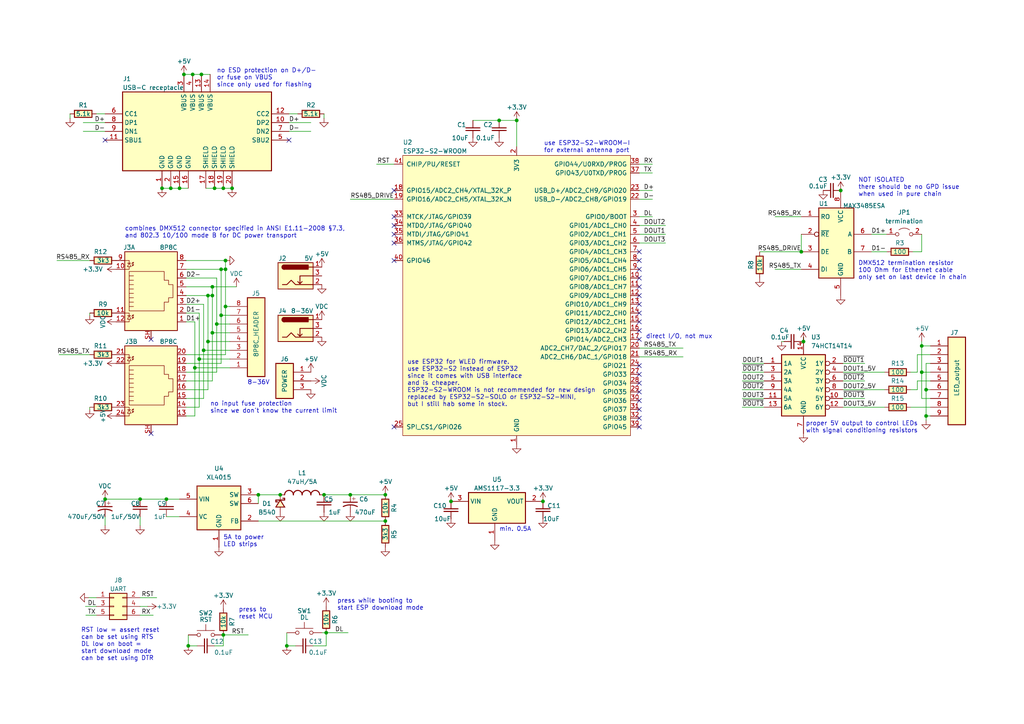
<source format=kicad_sch>
(kicad_sch (version 20230121) (generator eeschema)

  (uuid 43fc3289-82a7-492c-a423-3030e10115dc)

  (paper "A4")

  (title_block
    (title "WLED chain")
    (date "$date$")
    (rev "$version$.$revision$")
    (company "CuVoodoo")
    (comment 1 "King Kévin")
    (comment 2 "CERN-OHL-S")
  )

  

  (junction (at 268.605 120.65) (diameter 0) (color 0 0 0 0)
    (uuid 06c3a591-7186-4f5e-95c5-2cdeac6ccc7e)
  )
  (junction (at 64.135 78.105) (diameter 0) (color 0 0 0 0)
    (uuid 0860b75b-5101-41b5-9298-95b613d86a3c)
  )
  (junction (at 81.28 143.51) (diameter 0) (color 0 0 0 0)
    (uuid 11b7ac1e-c156-43c0-a51b-ce4016afa9ae)
  )
  (junction (at 59.055 101.6) (diameter 0) (color 0 0 0 0)
    (uuid 1b625c1a-00b0-460c-8a9a-7e9640c55555)
  )
  (junction (at 61.595 96.52) (diameter 0) (color 0 0 0 0)
    (uuid 28856ea2-76b6-4c83-974d-9814f01a9c32)
  )
  (junction (at 65.405 78.105) (diameter 0) (color 0 0 0 0)
    (uuid 2fc417f3-f53d-4a46-a264-bbedef3e3051)
  )
  (junction (at 61.595 83.185) (diameter 0) (color 0 0 0 0)
    (uuid 33290555-9231-438d-b9a1-481bfb333c4d)
  )
  (junction (at 64.77 54.61) (diameter 0) (color 0 0 0 0)
    (uuid 394c8da9-03ae-417e-8211-41b0a315cc1c)
  )
  (junction (at 60.325 99.06) (diameter 0) (color 0 0 0 0)
    (uuid 3dd5f921-7604-42ba-ab32-725eaab3b8f0)
  )
  (junction (at 48.26 144.78) (diameter 0) (color 0 0 0 0)
    (uuid 454d2a0d-0dc7-4886-8da7-3aac7a55b25c)
  )
  (junction (at 58.42 21.59) (diameter 0) (color 0 0 0 0)
    (uuid 45b38e5d-ea51-4da7-89d0-ce1d0cfb7c46)
  )
  (junction (at 54.61 187.325) (diameter 0) (color 0 0 0 0)
    (uuid 4e28df4b-807b-45a2-80f2-8d19dcd6d503)
  )
  (junction (at 55.88 21.59) (diameter 0) (color 0 0 0 0)
    (uuid 59f75d61-91a2-4d50-b824-f68aa2d96411)
  )
  (junction (at 157.48 145.415) (diameter 0) (color 0 0 0 0)
    (uuid 5e173fd6-56be-4565-9011-9bd6539cd1ff)
  )
  (junction (at 49.53 54.61) (diameter 0) (color 0 0 0 0)
    (uuid 5e3c2358-7099-4ec9-a624-c9b03f437b85)
  )
  (junction (at 64.77 184.15) (diameter 0) (color 0 0 0 0)
    (uuid 60c58a7a-69f7-477d-a823-a6fc5510edbb)
  )
  (junction (at 130.81 145.415) (diameter 0) (color 0 0 0 0)
    (uuid 620e51f8-59a9-4c2b-8248-1b5c045a68cd)
  )
  (junction (at 111.76 143.51) (diameter 0) (color 0 0 0 0)
    (uuid 6348fe6e-a143-465d-8ce9-5cf142c622b6)
  )
  (junction (at 46.99 54.61) (diameter 0) (color 0 0 0 0)
    (uuid 65c41ebc-b40a-475f-a58b-f6e262a47490)
  )
  (junction (at 62.865 93.98) (diameter 0) (color 0 0 0 0)
    (uuid 68506e7d-f617-45a3-9451-93eef3aee881)
  )
  (junction (at 64.135 91.44) (diameter 0) (color 0 0 0 0)
    (uuid 686a31f0-4beb-4f0d-9776-eba2c4df8328)
  )
  (junction (at 101.6 143.51) (diameter 0) (color 0 0 0 0)
    (uuid 6a21439e-a44e-4c45-875d-04e6108caba1)
  )
  (junction (at 149.86 34.925) (diameter 0) (color 0 0 0 0)
    (uuid 70f03620-ea35-454a-bb86-9737ad52b427)
  )
  (junction (at 60.325 85.725) (diameter 0) (color 0 0 0 0)
    (uuid 714490d5-85c4-4f07-a7be-688f25e46ac9)
  )
  (junction (at 233.045 99.06) (diameter 0) (color 0 0 0 0)
    (uuid 71ae1d70-81e9-4228-a63f-246d56e14a62)
  )
  (junction (at 40.64 144.78) (diameter 0) (color 0 0 0 0)
    (uuid 85c17419-0833-444c-8c57-8ff21145b267)
  )
  (junction (at 57.785 104.14) (diameter 0) (color 0 0 0 0)
    (uuid 8987a159-379e-4620-ba93-5812b2e7a6a0)
  )
  (junction (at 267.335 107.95) (diameter 0) (color 0 0 0 0)
    (uuid 8af7eee3-7134-408b-b464-649df78efdfe)
  )
  (junction (at 52.07 54.61) (diameter 0) (color 0 0 0 0)
    (uuid 8e2e9e8a-4105-483d-bc2d-1637bf0c04e9)
  )
  (junction (at 62.23 54.61) (diameter 0) (color 0 0 0 0)
    (uuid 9149bc4f-9668-4740-a628-1ad0c560d705)
  )
  (junction (at 61.595 85.725) (diameter 0) (color 0 0 0 0)
    (uuid aac41452-e49a-4e42-9dcc-9239d8beff90)
  )
  (junction (at 65.405 75.565) (diameter 0) (color 0 0 0 0)
    (uuid b8ac47b5-0a23-4990-b58a-a33e5adca940)
  )
  (junction (at 111.76 151.13) (diameter 0) (color 0 0 0 0)
    (uuid b9632233-0a43-4376-a736-344a8b898fb7)
  )
  (junction (at 83.185 187.325) (diameter 0) (color 0 0 0 0)
    (uuid bb39ea56-b04e-457e-882c-4092bfd67850)
  )
  (junction (at 94.615 183.515) (diameter 0) (color 0 0 0 0)
    (uuid bc75c7b0-fcee-49a0-9708-77c108f1c9ad)
  )
  (junction (at 65.405 88.9) (diameter 0) (color 0 0 0 0)
    (uuid c17bc07f-c76a-45bc-9f5f-5c79bbf188bb)
  )
  (junction (at 67.31 54.61) (diameter 0) (color 0 0 0 0)
    (uuid c1bdabec-470a-4ca4-8830-5eaf036db204)
  )
  (junction (at 144.78 34.925) (diameter 0) (color 0 0 0 0)
    (uuid c92d028f-20d7-43dd-953a-5e0fbaa5a597)
  )
  (junction (at 93.98 143.51) (diameter 0) (color 0 0 0 0)
    (uuid cdefed37-8a4d-41f8-82e9-db3aa9ffc702)
  )
  (junction (at 267.335 100.33) (diameter 0) (color 0 0 0 0)
    (uuid cebf2583-ecd6-46e2-8567-23e49d7ebd71)
  )
  (junction (at 268.605 113.03) (diameter 0) (color 0 0 0 0)
    (uuid d26cad9f-d33a-4972-a55c-c6c1cd1178a5)
  )
  (junction (at 56.515 106.68) (diameter 0) (color 0 0 0 0)
    (uuid debbfe59-8fed-4aed-8934-12e7f8f22281)
  )
  (junction (at 30.48 144.78) (diameter 0) (color 0 0 0 0)
    (uuid e2b069e8-8d72-4277-8904-3b9a39ca008d)
  )
  (junction (at 243.84 55.245) (diameter 0) (color 0 0 0 0)
    (uuid f512bd62-5993-4cb1-b097-52b8530adb06)
  )
  (junction (at 232.41 73.025) (diameter 0) (color 0 0 0 0)
    (uuid f5f3e790-f67d-45bb-bcec-c70b1d8e2749)
  )
  (junction (at 74.93 143.51) (diameter 0) (color 0 0 0 0)
    (uuid f9866e03-8518-4a37-9ca2-77e4166eba06)
  )
  (junction (at 53.34 21.59) (diameter 0) (color 0 0 0 0)
    (uuid ffb349d3-053e-4267-9f09-876877b313d3)
  )

  (no_connect (at 185.42 73.025) (uuid 0ebdb717-53aa-45c7-9a17-eb7a7817bc76))
  (no_connect (at 83.82 40.64) (uuid 1acded62-270d-4861-8204-7ea40207109d))
  (no_connect (at 185.42 98.425) (uuid 1fec2ba2-9af1-4978-8a49-2a39022139e7))
  (no_connect (at 114.3 75.565) (uuid 35d50e0d-5cc0-4a8a-aa9d-db2d58ee276b))
  (no_connect (at 185.42 80.645) (uuid 3a7a0374-5c00-44d9-b417-cd45ddacae29))
  (no_connect (at 185.42 118.745) (uuid 3c3d61be-618d-4fe5-91e3-e25e78db2709))
  (no_connect (at 185.42 83.185) (uuid 3fb219db-b718-472c-bbf6-20ca082fa9b8))
  (no_connect (at 185.42 121.285) (uuid 4b4a829d-ccfc-442a-abe8-ef608a3c939a))
  (no_connect (at 114.3 67.945) (uuid 5437ebd6-3f5f-474c-8337-b5d607caa556))
  (no_connect (at 114.3 55.245) (uuid 54d29d29-cdd6-4825-b00c-d09e75ce0af7))
  (no_connect (at 114.3 62.865) (uuid 5b8615f1-0196-4e49-b1e8-e31de4ff6fdb))
  (no_connect (at 185.42 116.205) (uuid 6322fa0c-c24b-46cf-87c1-303751e0bbca))
  (no_connect (at 185.42 123.825) (uuid 655a4e7b-c48c-4415-8794-bdab572c1ec7))
  (no_connect (at 43.815 98.425) (uuid 660536bc-1378-4a67-b639-1acb0dea0aec))
  (no_connect (at 185.42 75.565) (uuid 6dd071ff-ead5-47f9-99db-57d238d4767a))
  (no_connect (at 185.42 113.665) (uuid 731aa86c-e321-44f2-b073-b4d0fa5f40f9))
  (no_connect (at 185.42 108.585) (uuid 82c17eb3-c972-4824-8c8c-8548a705b955))
  (no_connect (at 185.42 111.125) (uuid 8445f409-171e-4464-9646-b6d0876c25ed))
  (no_connect (at 185.42 85.725) (uuid 943ec7b2-e40d-4b2e-b985-f2d6eecdd84c))
  (no_connect (at 185.42 93.345) (uuid 979c6cae-bf22-424d-bf1a-ddace46d1f4c))
  (no_connect (at 185.42 106.045) (uuid 9cf05fc8-b4fd-4f62-9f85-9eb1a4d16e6a))
  (no_connect (at 30.48 40.64) (uuid c07631ca-81b1-418b-bf83-7375c5586f75))
  (no_connect (at 114.3 65.405) (uuid cd6321f4-18dc-447e-a540-b21d9600fd14))
  (no_connect (at 185.42 90.805) (uuid ceda5fe2-54cf-43aa-a389-e70ef432dd83))
  (no_connect (at 185.42 88.265) (uuid cf6dd4c8-21b7-45fe-8217-cd9807f503ec))
  (no_connect (at 185.42 78.105) (uuid d21d63ec-7cac-4f0a-be21-2c3b93a524ab))
  (no_connect (at 114.3 123.825) (uuid d613bd13-a957-4d0f-963c-f0251177ce99))
  (no_connect (at 43.815 125.73) (uuid f14fde20-ed3f-42a0-a689-09b5c9b8cd21))
  (no_connect (at 114.3 70.485) (uuid f296eba0-e3f9-49f1-a710-3a9696ef41ab))
  (no_connect (at 185.42 95.885) (uuid fa7fd07c-5edb-4dc0-8f73-fb83588c3813))

  (wire (pts (xy 56.515 93.345) (xy 56.515 106.68))
    (stroke (width 0) (type default))
    (uuid 002103b4-45e0-435a-918d-3119a7a79a25)
  )
  (wire (pts (xy 232.41 99.06) (xy 233.045 99.06))
    (stroke (width 0) (type default))
    (uuid 03250f7b-d3df-4f04-bfcb-18db6a3342a4)
  )
  (wire (pts (xy 53.975 90.805) (xy 57.785 90.805))
    (stroke (width 0) (type default))
    (uuid 051475e1-6374-4e5f-a5e7-e67793c0bf67)
  )
  (wire (pts (xy 101.6 143.51) (xy 111.76 143.51))
    (stroke (width 0) (type default))
    (uuid 06289dd9-b17b-4684-b067-5bacf378c494)
  )
  (wire (pts (xy 65.405 102.87) (xy 65.405 88.9))
    (stroke (width 0) (type default))
    (uuid 069563a9-489f-4e92-a63d-26f5af390399)
  )
  (wire (pts (xy 83.82 38.1) (xy 90.17 38.1))
    (stroke (width 0) (type default))
    (uuid 06d459ca-2688-4727-bc53-b2fcc534f578)
  )
  (wire (pts (xy 137.16 34.925) (xy 144.78 34.925))
    (stroke (width 0) (type default))
    (uuid 0a4bfdc7-74ee-4475-9c38-2d85b7d63074)
  )
  (wire (pts (xy 109.22 47.625) (xy 114.3 47.625))
    (stroke (width 0) (type default))
    (uuid 0ca8c487-9605-492e-bd76-cbf352989329)
  )
  (wire (pts (xy 267.335 100.33) (xy 267.335 99.06))
    (stroke (width 0) (type default))
    (uuid 0e040f29-464d-411f-b49b-8f8cb5f2a898)
  )
  (wire (pts (xy 27.94 173.355) (xy 25.781 173.355))
    (stroke (width 0) (type default))
    (uuid 0e948c40-97c5-46eb-b84c-a84905db6860)
  )
  (wire (pts (xy 268.605 120.65) (xy 269.875 120.65))
    (stroke (width 0) (type default))
    (uuid 0f7a29a7-ba0b-439f-956c-012d29e72fa6)
  )
  (wire (pts (xy 267.335 115.57) (xy 267.335 107.95))
    (stroke (width 0) (type default))
    (uuid 10403e9f-ec22-4445-bec7-f76fdc84fed0)
  )
  (wire (pts (xy 53.975 93.345) (xy 56.515 93.345))
    (stroke (width 0) (type default))
    (uuid 1106b029-aa8f-4f9f-b4f9-9ac282db1e9f)
  )
  (wire (pts (xy 17.145 102.87) (xy 26.035 102.87))
    (stroke (width 0) (type default))
    (uuid 1213071d-c3ed-450c-bcc2-b32bfce529b4)
  )
  (wire (pts (xy 55.88 21.59) (xy 58.42 21.59))
    (stroke (width 0) (type default))
    (uuid 1389b3af-a0bc-4907-85cd-d8b673ead4ba)
  )
  (wire (pts (xy 61.595 83.185) (xy 61.595 85.725))
    (stroke (width 0) (type default))
    (uuid 169ebfc5-7c37-44f8-85a1-1063c99d73a8)
  )
  (wire (pts (xy 49.53 54.61) (xy 52.07 54.61))
    (stroke (width 0) (type default))
    (uuid 1be3e205-6ef8-4884-9040-209572bccb0d)
  )
  (wire (pts (xy 185.42 70.485) (xy 193.04 70.485))
    (stroke (width 0) (type default))
    (uuid 1f2fb4c0-90b8-4296-9a29-9cb97f178ded)
  )
  (wire (pts (xy 54.61 187.325) (xy 57.15 187.325))
    (stroke (width 0) (type default))
    (uuid 1f30bc42-3a5a-4f1c-b809-740a4dbb7ade)
  )
  (wire (pts (xy 59.055 88.265) (xy 59.055 101.6))
    (stroke (width 0) (type default))
    (uuid 206774a6-322d-468d-9e13-5fe50597a2d4)
  )
  (wire (pts (xy 93.98 34.29) (xy 93.98 33.02))
    (stroke (width 0) (type default))
    (uuid 2364c9de-33c6-4aea-b9c2-3060fff80519)
  )
  (wire (pts (xy 56.515 106.68) (xy 66.675 106.68))
    (stroke (width 0) (type default))
    (uuid 24b8433c-8bb8-4488-a673-cdec42b49fec)
  )
  (wire (pts (xy 53.975 75.565) (xy 65.405 75.565))
    (stroke (width 0) (type default))
    (uuid 264056f6-e207-439d-839c-62522a6e45de)
  )
  (wire (pts (xy 185.42 47.625) (xy 189.23 47.625))
    (stroke (width 0) (type default))
    (uuid 264436f4-1e26-4dcb-9a58-311613425f2e)
  )
  (wire (pts (xy 24.13 38.1) (xy 30.48 38.1))
    (stroke (width 0) (type default))
    (uuid 27a581f5-f8c8-4253-bcf5-721842294efa)
  )
  (wire (pts (xy 267.335 107.95) (xy 267.335 100.33))
    (stroke (width 0) (type default))
    (uuid 2ab21098-4531-4e03-a4c0-472a38684533)
  )
  (wire (pts (xy 215.265 110.49) (xy 221.615 110.49))
    (stroke (width 0) (type default))
    (uuid 2d907792-bf9e-44f2-a125-046ebbe8c44b)
  )
  (wire (pts (xy 215.265 105.41) (xy 221.615 105.41))
    (stroke (width 0) (type default))
    (uuid 2f5f369a-83f0-4784-bb4f-d1edee6a3aa3)
  )
  (wire (pts (xy 215.265 118.11) (xy 221.615 118.11))
    (stroke (width 0) (type default))
    (uuid 2fb9f947-80ca-44af-98a2-57443c12f43a)
  )
  (wire (pts (xy 268.605 113.03) (xy 268.605 120.65))
    (stroke (width 0) (type default))
    (uuid 30239654-3845-490f-a396-b97a9e899204)
  )
  (wire (pts (xy 65.405 75.565) (xy 65.405 78.105))
    (stroke (width 0) (type default))
    (uuid 3280bf03-485f-4b0d-9031-5a3ae10f4e56)
  )
  (wire (pts (xy 62.865 93.98) (xy 62.865 80.645))
    (stroke (width 0) (type default))
    (uuid 32c92d08-2c41-48cf-9c2f-45f06fde6248)
  )
  (wire (pts (xy 269.875 100.33) (xy 267.335 100.33))
    (stroke (width 0) (type default))
    (uuid 33114eff-e16e-4df5-8dee-49eb9c30279c)
  )
  (wire (pts (xy 24.13 35.56) (xy 30.48 35.56))
    (stroke (width 0) (type default))
    (uuid 39999240-8225-4836-8d58-682d3289b23c)
  )
  (wire (pts (xy 61.595 85.725) (xy 61.595 96.52))
    (stroke (width 0) (type default))
    (uuid 3a2e3593-5e9e-4927-9b4d-3578f4e63afc)
  )
  (wire (pts (xy 268.605 105.41) (xy 268.605 113.03))
    (stroke (width 0) (type default))
    (uuid 3aa3d755-6af2-4aec-8710-0c5b8f1839ea)
  )
  (wire (pts (xy 62.865 107.95) (xy 62.865 93.98))
    (stroke (width 0) (type default))
    (uuid 3ab6de33-0650-4eb0-89a3-91e826ed1ea7)
  )
  (wire (pts (xy 264.16 113.03) (xy 266.065 113.03))
    (stroke (width 0) (type default))
    (uuid 3abe1d4d-d007-4d2f-803a-4d6935838ef8)
  )
  (wire (pts (xy 264.795 73.025) (xy 267.335 73.025))
    (stroke (width 0) (type default))
    (uuid 3b59df94-4422-4fcb-b5c5-71c48aef1997)
  )
  (wire (pts (xy 266.065 110.49) (xy 269.875 110.49))
    (stroke (width 0) (type default))
    (uuid 3bc6bff5-fde3-4e4a-85c9-903ab391e645)
  )
  (wire (pts (xy 220.345 73.025) (xy 232.41 73.025))
    (stroke (width 0) (type default))
    (uuid 3c409d47-c126-498a-ab4a-2fdf02e1bee5)
  )
  (wire (pts (xy 215.265 113.03) (xy 221.615 113.03))
    (stroke (width 0) (type default))
    (uuid 3ce880f9-00f8-4296-8bc0-d4482687aba1)
  )
  (wire (pts (xy 53.975 102.87) (xy 65.405 102.87))
    (stroke (width 0) (type default))
    (uuid 4014d0b7-af7d-4012-b607-98817d0d682d)
  )
  (wire (pts (xy 53.975 78.105) (xy 64.135 78.105))
    (stroke (width 0) (type default))
    (uuid 41a4076a-3d4c-4bc4-85b6-06ff782c180c)
  )
  (wire (pts (xy 24.765 175.895) (xy 27.94 175.895))
    (stroke (width 0) (type default))
    (uuid 43c355ab-2711-4d60-a262-61dfecae8d26)
  )
  (wire (pts (xy 46.99 54.61) (xy 49.53 54.61))
    (stroke (width 0) (type default))
    (uuid 4b7493dc-6b85-4175-8b4a-0c3dc6b4c6eb)
  )
  (wire (pts (xy 149.86 34.925) (xy 144.78 34.925))
    (stroke (width 0) (type default))
    (uuid 4ba9e286-0676-448c-9043-8acf79655b8d)
  )
  (wire (pts (xy 20.32 34.29) (xy 20.32 33.02))
    (stroke (width 0) (type default))
    (uuid 500662d0-339c-49fa-9abd-3a5f9ea28a15)
  )
  (wire (pts (xy 268.605 120.65) (xy 268.605 121.92))
    (stroke (width 0) (type default))
    (uuid 507d216a-9e26-4d34-9824-f376a922e574)
  )
  (wire (pts (xy 26.035 91.44) (xy 26.035 90.805))
    (stroke (width 0) (type default))
    (uuid 52bf3385-9551-437c-910e-91e96cca09e0)
  )
  (wire (pts (xy 94.615 183.515) (xy 93.345 183.515))
    (stroke (width 0) (type default))
    (uuid 562e244b-de19-4d62-8487-07dbff8126a1)
  )
  (wire (pts (xy 252.73 73.025) (xy 257.175 73.025))
    (stroke (width 0) (type default))
    (uuid 57acfc4b-8718-434e-b67b-93efa6b031a4)
  )
  (wire (pts (xy 83.185 183.515) (xy 83.185 187.325))
    (stroke (width 0) (type default))
    (uuid 57ec1856-9a37-40bd-9ad1-29b16025a5c2)
  )
  (wire (pts (xy 266.065 107.95) (xy 266.065 102.87))
    (stroke (width 0) (type default))
    (uuid 5b0a81f8-2c29-474d-9ef2-0c2b91c3be25)
  )
  (wire (pts (xy 269.875 107.95) (xy 267.335 107.95))
    (stroke (width 0) (type default))
    (uuid 5b9aada7-642d-43ba-bb8f-fee69d95b047)
  )
  (wire (pts (xy 59.055 101.6) (xy 66.675 101.6))
    (stroke (width 0) (type default))
    (uuid 5c8736bf-0245-4247-b68b-2f652cde3952)
  )
  (wire (pts (xy 93.98 143.51) (xy 101.6 143.51))
    (stroke (width 0) (type default))
    (uuid 5efbd17b-dbef-4cda-89ab-7f946c2f799b)
  )
  (wire (pts (xy 56.515 106.68) (xy 56.515 120.65))
    (stroke (width 0) (type default))
    (uuid 5ff32328-2565-47a7-b27b-832c60393611)
  )
  (wire (pts (xy 52.07 54.61) (xy 54.61 54.61))
    (stroke (width 0) (type default))
    (uuid 60ad992d-2651-4c38-ae63-1a5324bdde8c)
  )
  (wire (pts (xy 224.79 62.865) (xy 232.41 62.865))
    (stroke (width 0) (type default))
    (uuid 62274011-e16b-47fc-bbcd-7806b50ea2cc)
  )
  (wire (pts (xy 74.93 143.51) (xy 74.93 146.05))
    (stroke (width 0) (type default))
    (uuid 6276ccff-52e0-4179-be9c-abbf8812096e)
  )
  (wire (pts (xy 64.135 78.105) (xy 64.135 91.44))
    (stroke (width 0) (type default))
    (uuid 62d76d46-4815-4883-8110-7facd7f1bdbf)
  )
  (wire (pts (xy 53.975 105.41) (xy 64.135 105.41))
    (stroke (width 0) (type default))
    (uuid 63b0b69c-077a-4647-acdc-55f1c61fbd18)
  )
  (wire (pts (xy 53.975 88.265) (xy 59.055 88.265))
    (stroke (width 0) (type default))
    (uuid 66687a8a-c10f-4f50-b5a8-45c615246613)
  )
  (wire (pts (xy 252.73 67.945) (xy 257.175 67.945))
    (stroke (width 0) (type default))
    (uuid 69ac1103-811a-4af1-b0f7-a818e68e3b67)
  )
  (wire (pts (xy 60.325 85.725) (xy 61.595 85.725))
    (stroke (width 0) (type default))
    (uuid 6a32a3a8-bbc7-4193-9d62-ce5542fa261e)
  )
  (wire (pts (xy 101.6 57.785) (xy 114.3 57.785))
    (stroke (width 0) (type default))
    (uuid 6a5685bb-f2f7-4b1d-802e-2ecee495f4ac)
  )
  (wire (pts (xy 53.975 80.645) (xy 62.865 80.645))
    (stroke (width 0) (type default))
    (uuid 6b573eca-3af9-448c-a986-1e89e8027b05)
  )
  (wire (pts (xy 215.265 107.95) (xy 221.615 107.95))
    (stroke (width 0) (type default))
    (uuid 6bb0355a-7194-42cd-8743-5d1fd046c0d7)
  )
  (wire (pts (xy 72.009 184.15) (xy 64.77 184.15))
    (stroke (width 0) (type default))
    (uuid 6bbf7563-2155-4e79-9ce3-ced76a75fcd4)
  )
  (wire (pts (xy 64.135 91.44) (xy 66.675 91.44))
    (stroke (width 0) (type default))
    (uuid 6dc0ee6a-6108-48cc-bca9-ac515f20c60b)
  )
  (wire (pts (xy 58.42 21.59) (xy 60.96 21.59))
    (stroke (width 0) (type default))
    (uuid 6e4cd71a-4708-42ee-a04c-7df540b347fb)
  )
  (wire (pts (xy 53.975 107.95) (xy 62.865 107.95))
    (stroke (width 0) (type default))
    (uuid 723caeb2-2b5a-4ef0-aa75-7464424147c7)
  )
  (wire (pts (xy 24.892 178.435) (xy 27.94 178.435))
    (stroke (width 0) (type default))
    (uuid 727a04a2-793d-4a79-bf50-e9e261b2fa85)
  )
  (wire (pts (xy 244.475 110.49) (xy 250.825 110.49))
    (stroke (width 0) (type default))
    (uuid 772c6b3a-2bcf-4fba-acfa-100a667be38c)
  )
  (wire (pts (xy 94.615 183.515) (xy 100.965 183.515))
    (stroke (width 0) (type default))
    (uuid 775b455a-24b6-498f-bcc1-d67b70eb2242)
  )
  (wire (pts (xy 57.785 104.14) (xy 57.785 118.11))
    (stroke (width 0) (type default))
    (uuid 78aa215d-a29a-463a-803f-e77a9e547a24)
  )
  (wire (pts (xy 64.135 91.44) (xy 64.135 105.41))
    (stroke (width 0) (type default))
    (uuid 78c656b9-77dc-4e7b-9870-f038f2bb569a)
  )
  (wire (pts (xy 48.26 149.86) (xy 52.07 149.86))
    (stroke (width 0) (type default))
    (uuid 78eaf13d-f773-4a0c-81b9-8b19d6bc7243)
  )
  (wire (pts (xy 269.875 115.57) (xy 267.335 115.57))
    (stroke (width 0) (type default))
    (uuid 793c1bc1-1913-497c-b46a-73891fe720d1)
  )
  (wire (pts (xy 64.77 187.325) (xy 62.23 187.325))
    (stroke (width 0) (type default))
    (uuid 7963edfb-8f17-44ec-ac01-210b7c991248)
  )
  (wire (pts (xy 244.475 105.41) (xy 250.825 105.41))
    (stroke (width 0) (type default))
    (uuid 79c2274e-d4ca-46d6-b6da-ffa5ad467205)
  )
  (wire (pts (xy 56.515 120.65) (xy 53.975 120.65))
    (stroke (width 0) (type default))
    (uuid 7b8845d7-6458-4741-910e-c16c58aa85c7)
  )
  (wire (pts (xy 57.785 104.14) (xy 66.675 104.14))
    (stroke (width 0) (type default))
    (uuid 7c592e1a-879d-4b57-b616-84b66b49d86f)
  )
  (wire (pts (xy 86.36 33.02) (xy 83.82 33.02))
    (stroke (width 0) (type default))
    (uuid 7cdb0db8-27e6-43e2-bead-87596d3242ef)
  )
  (wire (pts (xy 68.58 83.185) (xy 61.595 83.185))
    (stroke (width 0) (type default))
    (uuid 7d4f7c94-8577-4ef8-a3b9-33323c498538)
  )
  (wire (pts (xy 65.405 78.105) (xy 65.405 88.9))
    (stroke (width 0) (type default))
    (uuid 8015a6c0-dc52-4fab-8b6f-475bd5270b47)
  )
  (wire (pts (xy 65.405 78.105) (xy 64.135 78.105))
    (stroke (width 0) (type default))
    (uuid 81469471-2566-4669-80f2-4eba7afe8848)
  )
  (wire (pts (xy 61.595 96.52) (xy 66.675 96.52))
    (stroke (width 0) (type default))
    (uuid 82a7c5c7-58cb-4919-ab90-6a10ece93f5d)
  )
  (wire (pts (xy 26.035 118.745) (xy 26.035 118.11))
    (stroke (width 0) (type default))
    (uuid 855c879b-09f1-4dbf-a81f-6a4fdbb20802)
  )
  (wire (pts (xy 232.41 67.945) (xy 232.41 73.025))
    (stroke (width 0) (type default))
    (uuid 85e9ff9e-4f11-4590-9588-b76216258343)
  )
  (wire (pts (xy 53.975 115.57) (xy 59.055 115.57))
    (stroke (width 0) (type default))
    (uuid 89e74306-8933-4dc5-84b3-b39acdb8b963)
  )
  (wire (pts (xy 42.799 175.895) (xy 40.64 175.895))
    (stroke (width 0) (type default))
    (uuid 8b9387ff-8c47-4df0-ade8-a1b9902b007f)
  )
  (wire (pts (xy 53.975 113.03) (xy 60.325 113.03))
    (stroke (width 0) (type default))
    (uuid 8cad4d8d-13e5-40e1-a328-4faff9d7e6a6)
  )
  (wire (pts (xy 266.065 102.87) (xy 269.875 102.87))
    (stroke (width 0) (type default))
    (uuid 90266f59-bc33-4859-b281-2f826d7d38dd)
  )
  (wire (pts (xy 74.93 151.13) (xy 111.76 151.13))
    (stroke (width 0) (type default))
    (uuid 94c39ce9-ca38-4d91-9627-0a98e582ccd9)
  )
  (wire (pts (xy 30.48 144.78) (xy 40.64 144.78))
    (stroke (width 0) (type default))
    (uuid 960bb529-cd87-49dc-8b2b-9d66c9bd4b9a)
  )
  (wire (pts (xy 54.61 187.325) (xy 54.61 184.15))
    (stroke (width 0) (type default))
    (uuid 968018a3-13bd-4031-a1c7-03e003c9979a)
  )
  (wire (pts (xy 64.77 54.61) (xy 67.31 54.61))
    (stroke (width 0) (type default))
    (uuid 9c04d96d-fbf1-4691-9914-0d950061fa87)
  )
  (wire (pts (xy 83.185 187.325) (xy 85.725 187.325))
    (stroke (width 0) (type default))
    (uuid a229953b-d435-4491-9103-fd89b8aaf9ca)
  )
  (wire (pts (xy 185.42 57.785) (xy 189.23 57.785))
    (stroke (width 0) (type default))
    (uuid a2742bcf-6c0f-45de-96c5-6904bd1ff74e)
  )
  (wire (pts (xy 244.475 113.03) (xy 256.54 113.03))
    (stroke (width 0) (type default))
    (uuid a284495a-da75-448d-a17b-7aef087c2864)
  )
  (wire (pts (xy 16.51 75.565) (xy 26.035 75.565))
    (stroke (width 0) (type default))
    (uuid a42c3e52-4126-48c1-b9cd-8413acb4da1a)
  )
  (wire (pts (xy 62.23 54.61) (xy 64.77 54.61))
    (stroke (width 0) (type default))
    (uuid a5e686d8-e679-4a01-9852-de961118878f)
  )
  (wire (pts (xy 59.055 101.6) (xy 59.055 115.57))
    (stroke (width 0) (type default))
    (uuid a6a22ef5-c887-49d8-95ea-ec22459a47ee)
  )
  (wire (pts (xy 40.64 152.4) (xy 40.64 149.86))
    (stroke (width 0) (type default))
    (uuid a714f53e-f29c-4526-9351-1bac329256dd)
  )
  (wire (pts (xy 94.615 183.515) (xy 94.615 187.325))
    (stroke (width 0) (type default))
    (uuid a81daf93-adf4-423f-ba34-d404bd8562e6)
  )
  (wire (pts (xy 266.065 113.03) (xy 266.065 110.49))
    (stroke (width 0) (type default))
    (uuid a8e89e85-9716-4c81-8877-57f333e73721)
  )
  (wire (pts (xy 268.605 113.03) (xy 269.875 113.03))
    (stroke (width 0) (type default))
    (uuid aa083617-1cb8-479b-ba0b-09c33623b0c6)
  )
  (wire (pts (xy 244.475 115.57) (xy 250.825 115.57))
    (stroke (width 0) (type default))
    (uuid ac5e3af6-a1b6-44f6-b88b-85e8c1c51b44)
  )
  (wire (pts (xy 59.69 54.61) (xy 62.23 54.61))
    (stroke (width 0) (type default))
    (uuid aca5203d-5922-458a-931a-b3e8bebe5edb)
  )
  (wire (pts (xy 244.475 118.11) (xy 256.54 118.11))
    (stroke (width 0) (type default))
    (uuid ada554c0-0ede-40e0-b21c-ab8cdc2d74fc)
  )
  (wire (pts (xy 267.335 73.025) (xy 267.335 67.945))
    (stroke (width 0) (type default))
    (uuid b271f194-649d-47b9-a383-9a6406d48e2a)
  )
  (wire (pts (xy 233.045 99.06) (xy 233.045 97.79))
    (stroke (width 0) (type default))
    (uuid b36d45a2-1eee-4ca8-96ca-b41de63a5370)
  )
  (wire (pts (xy 185.42 55.245) (xy 189.23 55.245))
    (stroke (width 0) (type default))
    (uuid b72f35c1-3ac3-42d2-9009-55649edad6e7)
  )
  (wire (pts (xy 264.16 107.95) (xy 266.065 107.95))
    (stroke (width 0) (type default))
    (uuid bc3bb19e-8467-44f7-aaac-86982b90b147)
  )
  (wire (pts (xy 83.82 35.56) (xy 90.17 35.56))
    (stroke (width 0) (type default))
    (uuid bdb4dc57-7d75-45ae-936e-9f79c48e6ff0)
  )
  (wire (pts (xy 53.975 85.725) (xy 60.325 85.725))
    (stroke (width 0) (type default))
    (uuid bdfb9fed-a4ec-4a70-be56-60436bbb913c)
  )
  (wire (pts (xy 185.42 62.865) (xy 189.23 62.865))
    (stroke (width 0) (type default))
    (uuid c015dd76-2af5-4c14-98d8-181bb1ef634a)
  )
  (wire (pts (xy 149.86 34.925) (xy 149.86 42.545))
    (stroke (width 0) (type default))
    (uuid c0bc6168-d553-4199-ad34-41a40b509894)
  )
  (wire (pts (xy 27.94 33.02) (xy 30.48 33.02))
    (stroke (width 0) (type default))
    (uuid c2e90c35-4140-404e-86f0-60acd4ac2dc3)
  )
  (wire (pts (xy 60.325 99.06) (xy 60.325 113.03))
    (stroke (width 0) (type default))
    (uuid c470092e-0b1b-453e-9dfe-fcfa907a5f87)
  )
  (wire (pts (xy 185.42 50.165) (xy 189.23 50.165))
    (stroke (width 0) (type default))
    (uuid c646ab6d-1c62-46fd-aee3-fd08520a690f)
  )
  (wire (pts (xy 64.77 184.15) (xy 64.77 187.325))
    (stroke (width 0) (type default))
    (uuid c8cf1956-2521-476f-88b2-582c588ebfae)
  )
  (wire (pts (xy 60.325 99.06) (xy 66.675 99.06))
    (stroke (width 0) (type default))
    (uuid c97672fc-89e7-4941-be2e-f0f2c138be66)
  )
  (wire (pts (xy 224.79 78.105) (xy 232.41 78.105))
    (stroke (width 0) (type default))
    (uuid ca153699-d63b-4d3b-b173-41bbf3316ddb)
  )
  (wire (pts (xy 48.26 144.78) (xy 52.07 144.78))
    (stroke (width 0) (type default))
    (uuid cc450d44-7497-4586-81cc-abc66226bb61)
  )
  (wire (pts (xy 227.33 99.06) (xy 226.695 99.06))
    (stroke (width 0) (type default))
    (uuid d08d7a9e-01db-4f5b-b5fc-e7d26c8df871)
  )
  (wire (pts (xy 30.48 152.4) (xy 30.48 149.86))
    (stroke (width 0) (type default))
    (uuid d09e28a9-5067-4724-8928-79b62989e883)
  )
  (wire (pts (xy 185.42 103.505) (xy 198.12 103.505))
    (stroke (width 0) (type default))
    (uuid d0abfe52-b36b-4c08-8b7d-51fcfff82fb6)
  )
  (wire (pts (xy 264.16 118.11) (xy 269.875 118.11))
    (stroke (width 0) (type default))
    (uuid d0de2f26-8f8a-476f-8efb-9213427e62d7)
  )
  (wire (pts (xy 53.975 118.11) (xy 57.785 118.11))
    (stroke (width 0) (type default))
    (uuid d21172f3-08e3-4bbe-9ec2-e10a46961bc1)
  )
  (wire (pts (xy 94.615 187.325) (xy 90.805 187.325))
    (stroke (width 0) (type default))
    (uuid d3ec47fe-093e-4f9e-9b09-dd2c9baee261)
  )
  (wire (pts (xy 53.975 110.49) (xy 61.595 110.49))
    (stroke (width 0) (type default))
    (uuid d5b6ec3d-1169-4815-8177-df5018aab1a2)
  )
  (wire (pts (xy 74.93 143.51) (xy 81.28 143.51))
    (stroke (width 0) (type default))
    (uuid db5a6572-7b16-47a8-9b15-2400b9948416)
  )
  (wire (pts (xy 269.875 105.41) (xy 268.605 105.41))
    (stroke (width 0) (type default))
    (uuid de952dfc-c294-421b-937c-739be030bdfb)
  )
  (wire (pts (xy 61.595 96.52) (xy 61.595 110.49))
    (stroke (width 0) (type default))
    (uuid df073a6e-3d2a-4fae-97ee-bc601484a3e5)
  )
  (wire (pts (xy 40.64 173.355) (xy 45.466 173.355))
    (stroke (width 0) (type default))
    (uuid df7a49a3-183d-49aa-a63d-abf421ba168b)
  )
  (wire (pts (xy 53.975 83.185) (xy 61.595 83.185))
    (stroke (width 0) (type default))
    (uuid e0341e70-7e33-443f-bba2-2d3ee4a30440)
  )
  (wire (pts (xy 185.42 67.945) (xy 193.04 67.945))
    (stroke (width 0) (type default))
    (uuid e0874b61-c004-4127-b0ab-55d97a483a03)
  )
  (wire (pts (xy 185.42 65.405) (xy 193.04 65.405))
    (stroke (width 0) (type default))
    (uuid e8c46e5c-f080-4d30-a634-2fe578a6a5e4)
  )
  (wire (pts (xy 215.265 115.57) (xy 221.615 115.57))
    (stroke (width 0) (type default))
    (uuid ec12bab6-b73e-4058-b23c-6402c9f0600d)
  )
  (wire (pts (xy 57.785 90.805) (xy 57.785 104.14))
    (stroke (width 0) (type default))
    (uuid ec79ee47-9ab7-4fad-b03e-7a86f6fc74d8)
  )
  (wire (pts (xy 244.475 107.95) (xy 256.54 107.95))
    (stroke (width 0) (type default))
    (uuid f0bc1a18-8432-4352-8e10-c70f4ba87ba9)
  )
  (wire (pts (xy 60.325 85.725) (xy 60.325 99.06))
    (stroke (width 0) (type default))
    (uuid f76c8211-e349-4984-b047-a6c9493d7394)
  )
  (wire (pts (xy 40.64 178.435) (xy 44.45 178.435))
    (stroke (width 0) (type default))
    (uuid f8603a94-5bb7-4a3a-89f5-4a3e4cc63cbb)
  )
  (wire (pts (xy 40.64 144.78) (xy 48.26 144.78))
    (stroke (width 0) (type default))
    (uuid f86b54ea-215f-4b38-9db2-4239764f902a)
  )
  (wire (pts (xy 53.34 21.59) (xy 55.88 21.59))
    (stroke (width 0) (type default))
    (uuid f88a39f0-a72d-4b68-a646-548baa36a0bc)
  )
  (wire (pts (xy 185.42 100.965) (xy 198.12 100.965))
    (stroke (width 0) (type default))
    (uuid f90359ed-5015-42b4-a09c-430bb6c46e5d)
  )
  (wire (pts (xy 62.865 93.98) (xy 66.675 93.98))
    (stroke (width 0) (type default))
    (uuid fb630a17-e131-4610-9815-65ee09c1676a)
  )
  (wire (pts (xy 65.405 88.9) (xy 66.675 88.9))
    (stroke (width 0) (type default))
    (uuid fbc0af4e-68e4-4b02-8021-14e0cefbcbb9)
  )

  (text "RST low = assert reset\ncan be set using RTS\nDL low on boot =\nstart download mode\ncan be set using DTR"
    (at 23.495 191.77 0)
    (effects (font (size 1.27 1.27)) (justify left bottom))
    (uuid 258b3ae0-ecf2-40af-8f38-3809e4fcdb45)
  )
  (text "no ESD protection on D+/D-\nor fuse on VBUS\nsince only used for flashing"
    (at 62.865 25.4 0)
    (effects (font (size 1.27 1.27)) (justify left bottom))
    (uuid 3f275793-fa9a-41fa-8b85-c21a4d2200db)
  )
  (text "8-36V" (at 71.755 111.76 0)
    (effects (font (size 1.27 1.27)) (justify left bottom))
    (uuid 46388d9a-6827-4e73-b08e-75abbb018ac4)
  )
  (text "proper 5V output to control LEDs\nwith signal conditioning resistors"
    (at 233.68 125.73 0)
    (effects (font (size 1.27 1.27)) (justify left bottom))
    (uuid 48ffb08a-ba76-41dc-9388-ffaf10d0cd40)
  )
  (text "combines DMX512 connector specified in ANSI E1.11-2008 §7.3,\nand 802.3 10/100 mode B for DC power transport"
    (at 36.195 69.215 0)
    (effects (font (size 1.27 1.27)) (justify left bottom))
    (uuid 56ab70bd-978f-4694-b117-68d2a8c5e4f3)
  )
  (text "press to\nreset MCU" (at 69.215 179.705 0)
    (effects (font (size 1.27 1.27)) (justify left bottom))
    (uuid 5fe6a8f2-b7a4-4a36-9560-bd4085414ed0)
  )
  (text "no input fuse protection\nsince we don't know the current limit"
    (at 60.96 120.015 0)
    (effects (font (size 1.27 1.27)) (justify left bottom))
    (uuid 61aafa33-9a44-4176-bfc6-6da450ff403b)
  )
  (text "use ESP32-S2-WROOM-I\nfor external antenna port" (at 157.734 44.45 0)
    (effects (font (size 1.27 1.27)) (justify left bottom))
    (uuid 7476c89a-3108-43db-aa43-7fa52a7f373a)
  )
  (text "DMX512 termination resistor\n100 Ohm for Ethernet cable\nonly set on last device in chain"
    (at 248.92 81.28 0)
    (effects (font (size 1.27 1.27)) (justify left bottom))
    (uuid 8769a617-07b2-4515-9d10-4a161bd9872b)
  )
  (text "min. 0.5A" (at 144.78 154.305 0)
    (effects (font (size 1.27 1.27)) (justify left bottom))
    (uuid 88766b26-58cc-492c-a582-5e096b2bc8b8)
  )
  (text "5A to power\nLED strips" (at 64.77 158.75 0)
    (effects (font (size 1.27 1.27)) (justify left bottom))
    (uuid afb18939-aa13-4de9-aae8-3e97d946b74d)
  )
  (text "direct I/O, not mux" (at 187.325 98.425 0)
    (effects (font (size 1.27 1.27)) (justify left bottom))
    (uuid c822cdf5-31e2-48bc-ab08-cfc0796f7c06)
  )
  (text "press while booting to\nstart ESP download mode" (at 97.79 177.165 0)
    (effects (font (size 1.27 1.27)) (justify left bottom))
    (uuid f488112c-2a49-4a5c-a179-8975ec88263f)
  )
  (text "NOT ISOLATED\nthere should be no GPD issue\nwhen used in pure chain"
    (at 248.92 57.15 0)
    (effects (font (size 1.27 1.27)) (justify left bottom))
    (uuid ff563856-b90d-4992-8f5e-844d79530f4d)
  )
  (text "use ESP32 for WLED firmware.\nuse ESP32-S2 instead of ESP32\nsince it comes with USB interface\nand is cheaper.\nESP32-S2-WROOM is not recommended for new design\nreplaced by ESP32-S2-SOLO or ESP32-S2-MINI,\nbut I still hab some in stock."
    (at 118.11 118.11 0)
    (effects (font (size 1.27 1.27)) (justify left bottom))
    (uuid ff945130-44eb-4af4-89f4-73c5ef7dceac)
  )

  (label "~{DOUT2}" (at 244.475 110.49 0) (fields_autoplaced)
    (effects (font (size 1.27 1.27)) (justify left bottom))
    (uuid 03ba7fae-8e73-4565-a515-27a8495a4b7e)
  )
  (label "RX" (at 41.021 178.435 0) (fields_autoplaced)
    (effects (font (size 1.27 1.27)) (justify left bottom))
    (uuid 0e8a3dd0-9680-4344-b020-a8096802b744)
  )
  (label "D2+" (at 53.975 88.265 0) (fields_autoplaced)
    (effects (font (size 1.27 1.27)) (justify left bottom))
    (uuid 12c74181-8f5e-4609-9bf8-b35f4fd7a5a3)
  )
  (label "DOUT3_5V" (at 244.475 118.11 0) (fields_autoplaced)
    (effects (font (size 1.27 1.27)) (justify left bottom))
    (uuid 1c6d6077-d5bb-4766-af8c-08f727380de7)
  )
  (label "DOUT2" (at 186.69 65.405 0) (fields_autoplaced)
    (effects (font (size 1.27 1.27)) (justify left bottom))
    (uuid 1f57e7f3-e02c-471e-8213-2fa76847d33e)
  )
  (label "~{DOUT1}" (at 221.615 107.95 180) (fields_autoplaced)
    (effects (font (size 1.27 1.27)) (justify right bottom))
    (uuid 1fd37192-93b4-465a-ba06-38f82b36d306)
  )
  (label "DOUT1" (at 186.69 67.945 0) (fields_autoplaced)
    (effects (font (size 1.27 1.27)) (justify left bottom))
    (uuid 31fa9339-7bc5-4a27-8cfc-0172af58ccd2)
  )
  (label "D-" (at 83.82 38.1 0) (fields_autoplaced)
    (effects (font (size 1.27 1.27)) (justify left bottom))
    (uuid 3cd9fdfa-1022-4d90-aa30-1f648b22809a)
  )
  (label "RS485_TX" (at 186.69 100.965 0) (fields_autoplaced)
    (effects (font (size 1.27 1.27)) (justify left bottom))
    (uuid 420ac880-b2e1-4476-bdc2-3d4576f8cce4)
  )
  (label "TX" (at 25.4 178.435 0) (fields_autoplaced)
    (effects (font (size 1.27 1.27)) (justify left bottom))
    (uuid 42fa989a-56c1-45ec-82f6-bfa16c3349c2)
  )
  (label "~{DOUT1}" (at 244.475 105.41 0) (fields_autoplaced)
    (effects (font (size 1.27 1.27)) (justify left bottom))
    (uuid 462131e8-5f24-41ac-99fc-65e1418bb3bd)
  )
  (label "RS485_DRIVE" (at 232.41 73.025 180) (fields_autoplaced)
    (effects (font (size 1.27 1.27)) (justify right bottom))
    (uuid 4b9abf86-2a48-4453-8f2a-efac77b3a408)
  )
  (label "D1+" (at 252.73 67.945 0) (fields_autoplaced)
    (effects (font (size 1.27 1.27)) (justify left bottom))
    (uuid 5439987a-6d22-47f1-9977-366d5fd61251)
  )
  (label "D+" (at 30.48 35.56 180) (fields_autoplaced)
    (effects (font (size 1.27 1.27)) (justify right bottom))
    (uuid 56fe67f9-0526-4caa-968f-f5a102375253)
  )
  (label "DL" (at 186.69 62.865 0) (fields_autoplaced)
    (effects (font (size 1.27 1.27)) (justify left bottom))
    (uuid 60d2938c-2c4b-49e7-ad67-6f9e2b30ec51)
  )
  (label "TX" (at 186.69 50.165 0) (fields_autoplaced)
    (effects (font (size 1.27 1.27)) (justify left bottom))
    (uuid 6101019c-4edc-47c2-a96c-0716b29a45a9)
  )
  (label "D2-" (at 53.975 80.645 0) (fields_autoplaced)
    (effects (font (size 1.27 1.27)) (justify left bottom))
    (uuid 6461fe40-198b-4509-adfe-9eec217c1683)
  )
  (label "D1-" (at 53.975 90.805 0) (fields_autoplaced)
    (effects (font (size 1.27 1.27)) (justify left bottom))
    (uuid 6b8e4c29-8abd-48fc-91c0-ac2eb2dfc719)
  )
  (label "D+" (at 83.82 35.56 0) (fields_autoplaced)
    (effects (font (size 1.27 1.27)) (justify left bottom))
    (uuid 6badf4c2-4a01-4e54-a273-bb672ebffe94)
  )
  (label "DOUT3" (at 221.615 115.57 180) (fields_autoplaced)
    (effects (font (size 1.27 1.27)) (justify right bottom))
    (uuid 7948dc6d-e607-4500-9ba6-0b055726de6c)
  )
  (label "DOUT1_5V" (at 244.475 107.95 0) (fields_autoplaced)
    (effects (font (size 1.27 1.27)) (justify left bottom))
    (uuid 7a5a33a5-03af-4f4c-8cdf-a088ce691da8)
  )
  (label "D-" (at 186.69 57.785 0) (fields_autoplaced)
    (effects (font (size 1.27 1.27)) (justify left bottom))
    (uuid 7dd46178-bbf1-45c2-93d5-bb495d678336)
  )
  (label "D-" (at 30.48 38.1 180) (fields_autoplaced)
    (effects (font (size 1.27 1.27)) (justify right bottom))
    (uuid 7f8f02d8-4fdd-4531-9ad1-ee5c599f7131)
  )
  (label "DOUT2_5V" (at 244.475 113.03 0) (fields_autoplaced)
    (effects (font (size 1.27 1.27)) (justify left bottom))
    (uuid 8d577c4e-318c-41d5-8a7e-31bea9f5c220)
  )
  (label "DOUT3" (at 186.69 70.485 0) (fields_autoplaced)
    (effects (font (size 1.27 1.27)) (justify left bottom))
    (uuid 9272c9a5-6a02-4cf0-90d4-e023ea65d4d3)
  )
  (label "D1-" (at 252.73 73.025 0) (fields_autoplaced)
    (effects (font (size 1.27 1.27)) (justify left bottom))
    (uuid 974e5d43-09a4-4357-bab7-93f4681dd0f4)
  )
  (label "DOUT2" (at 221.615 110.49 180) (fields_autoplaced)
    (effects (font (size 1.27 1.27)) (justify right bottom))
    (uuid 9aa9a092-559b-4361-8653-941a7fdba9de)
  )
  (label "~{DOUT3}" (at 244.475 115.57 0) (fields_autoplaced)
    (effects (font (size 1.27 1.27)) (justify left bottom))
    (uuid 9f9c37a4-f60d-41e3-96e2-27157ff3478a)
  )
  (label "DL" (at 25.4 175.895 0) (fields_autoplaced)
    (effects (font (size 1.27 1.27)) (justify left bottom))
    (uuid a8a0e5bc-6dca-4cba-8a61-d2ed53496fa2)
  )
  (label "RX" (at 186.69 47.625 0) (fields_autoplaced)
    (effects (font (size 1.27 1.27)) (justify left bottom))
    (uuid aa854a45-bb3f-4af3-a57c-1acaaa375795)
  )
  (label "D1+" (at 53.975 93.345 0) (fields_autoplaced)
    (effects (font (size 1.27 1.27)) (justify left bottom))
    (uuid b2733c2f-38f5-4970-9638-399c4a1cbae4)
  )
  (label "RS485_RX" (at 26.035 75.565 180) (fields_autoplaced)
    (effects (font (size 1.27 1.27)) (justify right bottom))
    (uuid b68d0032-0c17-41da-ac03-343854f8caf2)
  )
  (label "RST" (at 113.03 47.625 180) (fields_autoplaced)
    (effects (font (size 1.27 1.27)) (justify right bottom))
    (uuid c347de54-12fb-45e7-8836-47ab6c36cf56)
  )
  (label "RS485_TX" (at 232.41 78.105 180) (fields_autoplaced)
    (effects (font (size 1.27 1.27)) (justify right bottom))
    (uuid c8920f38-59be-4e8b-b61e-edbf8cd9b5bc)
  )
  (label "RS485_DRIVE" (at 114.3 57.785 180) (fields_autoplaced)
    (effects (font (size 1.27 1.27)) (justify right bottom))
    (uuid cc2e6b57-ef5b-4642-a62e-ae817f5fbc1e)
  )
  (label "RS485_RX" (at 232.41 62.865 180) (fields_autoplaced)
    (effects (font (size 1.27 1.27)) (justify right bottom))
    (uuid d7ab1881-8a53-4564-b410-32e5f87c23f3)
  )
  (label "DL" (at 97.155 183.515 0) (fields_autoplaced)
    (effects (font (size 1.27 1.27)) (justify left bottom))
    (uuid d87122c2-78a2-4d94-8eb3-cccfd66b3503)
  )
  (label "RS485_TX" (at 26.035 102.87 180) (fields_autoplaced)
    (effects (font (size 1.27 1.27)) (justify right bottom))
    (uuid d9fe1efb-34d4-417e-907d-b6f0375cee37)
  )
  (label "DOUT1" (at 221.615 105.41 180) (fields_autoplaced)
    (effects (font (size 1.27 1.27)) (justify right bottom))
    (uuid db7de863-a279-4cda-9b19-bead5038b7fa)
  )
  (label "RST" (at 67.183 184.15 0) (fields_autoplaced)
    (effects (font (size 1.27 1.27)) (justify left bottom))
    (uuid dbcbcce1-ec0b-4d46-a7a9-e6b6a7384e00)
  )
  (label "~{DOUT3}" (at 221.615 118.11 180) (fields_autoplaced)
    (effects (font (size 1.27 1.27)) (justify right bottom))
    (uuid e72798ca-6aae-415b-b4c3-315c6975a91b)
  )
  (label "D+" (at 186.69 55.245 0) (fields_autoplaced)
    (effects (font (size 1.27 1.27)) (justify left bottom))
    (uuid edfeba15-cacb-4757-8176-7f5643b88265)
  )
  (label "~{DOUT2}" (at 221.615 113.03 180) (fields_autoplaced)
    (effects (font (size 1.27 1.27)) (justify right bottom))
    (uuid f155a7d7-005c-4f0b-b019-c347d03c038a)
  )
  (label "RS485_RX" (at 186.69 103.505 0) (fields_autoplaced)
    (effects (font (size 1.27 1.27)) (justify left bottom))
    (uuid fdbf916f-3a93-4feb-a1b8-153133009ff3)
  )
  (label "RST" (at 41.021 173.355 0) (fields_autoplaced)
    (effects (font (size 1.27 1.27)) (justify left bottom))
    (uuid fe625724-1e1f-4506-9c25-cd604c77b13d)
  )

  (symbol (lib_id "partdb:resistor/R0603 100") (at 260.35 107.95 0) (unit 1)
    (in_bom yes) (on_board yes) (dnp no)
    (uuid 00643c85-d4b8-48b6-932f-887fd99fdd1d)
    (property "Reference" "R13" (at 260.35 105.41 0)
      (effects (font (size 1.27 1.27)))
    )
    (property "Value" "100" (at 260.35 107.95 0)
      (effects (font (size 1.27 1.27)))
    )
    (property "Footprint" "qeda:UC1608X55N" (at 260.35 107.95 0)
      (effects (font (size 1.27 1.27)) hide)
    )
    (property "Datasheet" "" (at 260.35 107.95 0)
      (effects (font (size 1.27 1.27)) hide)
    )
    (property "Description" "100 5%" (at 260.35 107.95 0)
      (effects (font (size 1.27 1.27)) hide)
    )
    (property "qeda_part" "resistor/r0603" (at 260.35 107.95 0)
      (effects (font (size 1.27 1.27)) hide)
    )
    (property "qeda_variant" "" (at 260.35 107.95 0)
      (effects (font (size 1.27 1.27)) hide)
    )
    (property "JLCPCB_CORRECTION" "0;0;-90" (at 260.35 107.95 0)
      (effects (font (size 1.27 1.27)) hide)
    )
    (property "LCSC" "C110091" (at 260.35 107.95 0)
      (effects (font (size 1.27 1.27)) hide)
    )
    (property "JLCPCB" "" (at 260.35 107.95 0)
      (effects (font (size 1.27 1.27)) hide)
    )
    (property "DigiKey" "" (at 260.35 107.95 0)
      (effects (font (size 1.27 1.27)) hide)
    )
    (pin "1" (uuid 609fbe61-dd83-4e12-813c-e4dd6b94e802))
    (pin "2" (uuid a98e45d4-521c-403a-bebd-acccf5f5d419))
    (instances
      (project "wled_chain"
        (path "/43fc3289-82a7-492c-a423-3030e10115dc"
          (reference "R13") (unit 1)
        )
      )
    )
  )

  (symbol (lib_id "partdb:connector/HC-RJ45-5JA-2-2") (at 43.815 85.725 0) (unit 1)
    (in_bom yes) (on_board yes) (dnp no)
    (uuid 0324e2ba-2657-4ebb-b95c-74cb24f25306)
    (property "Reference" "J3" (at 37.465 71.755 0)
      (effects (font (size 1.27 1.27)))
    )
    (property "Value" "8P8C" (at 48.895 71.755 0)
      (effects (font (size 1.27 1.27)))
    )
    (property "Footprint" "qeda:CONNECTOR_HC-RJ45-5JA-2-2" (at 43.815 85.09 90)
      (effects (font (size 1.27 1.27)) hide)
    )
    (property "Datasheet" "https://datasheet.lcsc.com/lcsc/2204251600_HCTL-HC-RJ45-5JA-2-2_C3000178.pdf" (at 43.815 85.09 90)
      (effects (font (size 1.27 1.27)) hide)
    )
    (property "Description" "dual RJ45 8P8C + LEDs" (at 43.815 85.725 0)
      (effects (font (size 1.27 1.27)) hide)
    )
    (property "qeda_part" "connector/rj45x2_hc-rj45-5ja-2-2" (at 43.815 85.725 0)
      (effects (font (size 1.27 1.27)) hide)
    )
    (property "qeda_variant" "" (at 43.815 85.725 0)
      (effects (font (size 1.27 1.27)) hide)
    )
    (property "JLCPCB_CORRECTION" "" (at 43.815 85.725 0)
      (effects (font (size 1.27 1.27)) hide)
    )
    (property "LCSC" "C3000178" (at 43.815 85.725 0)
      (effects (font (size 1.27 1.27)) hide)
    )
    (property "JLCPCB" "" (at 43.815 85.725 0)
      (effects (font (size 1.27 1.27)) hide)
    )
    (property "DigiKey" "" (at 43.815 85.725 0)
      (effects (font (size 1.27 1.27)) hide)
    )
    (pin "1" (uuid 966ad38c-01fe-4277-93df-af55c9c1e488))
    (pin "10" (uuid f09edb7d-db41-496f-8d3a-344009878a91))
    (pin "11" (uuid 278d7156-744e-4bbd-901e-2608a39061a9))
    (pin "12" (uuid da29db1b-5f48-4ff7-a798-b7f6127242ee))
    (pin "2" (uuid 6f45e814-df89-4c6d-a305-8a273c4803b2))
    (pin "3" (uuid 04e9ae9d-33d9-4d02-b6c8-be39074fc3cf))
    (pin "4" (uuid 6af6438f-a6d1-4a14-a0e4-9bafcda4238e))
    (pin "5" (uuid b411beff-0123-45b2-ba18-aae09112326c))
    (pin "6" (uuid ffb32edc-3c14-4b0c-9d9f-cc064b8ec517))
    (pin "7" (uuid 6910218c-c114-412b-899a-051ba186bed5))
    (pin "8" (uuid bbc8c6bb-bd7f-451e-ae38-13271a6e5028))
    (pin "9" (uuid 317cefad-097c-4fa8-894e-8e9893915082))
    (pin "SH" (uuid 47815a81-837d-4a28-872a-c9cb07cd1312))
    (pin "13" (uuid e27b180a-f76f-4f85-b422-3bd28cc68138))
    (pin "14" (uuid 3663e1d3-d782-4e55-ac95-e2686974f640))
    (pin "15" (uuid 5e970aa9-5dc8-448f-839c-1a2263c43b5c))
    (pin "16" (uuid 26bedb35-1ed1-4d20-b38f-872f358b3ab7))
    (pin "17" (uuid 8cf97dab-6d0e-4106-811d-f3687439a1c0))
    (pin "18" (uuid e019e046-7b96-49c3-a6f9-b6b6a7c77127))
    (pin "19" (uuid 1f3cd1dd-ccd7-4248-adeb-b45106ce8b74))
    (pin "20" (uuid 29b0c331-9c5a-40fa-b9dd-3ee4d4f748b0))
    (pin "21" (uuid bbba049c-beb6-47d5-bc05-c22f1e7d5937))
    (pin "22" (uuid 5786ecff-0a82-459d-9cb8-2711faa06b5e))
    (pin "23" (uuid ca57ed5e-230a-4e27-8421-2a3e648f541f))
    (pin "24" (uuid 2868dac6-792b-4d1d-9aa6-e79e20766e61))
    (pin "SH" (uuid 47815a81-837d-4a28-872a-c9cb07cd1312))
    (instances
      (project "wled_chain"
        (path "/43fc3289-82a7-492c-a423-3030e10115dc"
          (reference "J3") (unit 1)
        )
      )
    )
  )

  (symbol (lib_id "partdb:resistor/R0603 5.1K 1%") (at 90.17 33.02 0) (unit 1)
    (in_bom yes) (on_board yes) (dnp no)
    (uuid 0391bdfd-d3cd-488c-a600-57268a7f2098)
    (property "Reference" "R2" (at 90.17 30.48 0)
      (effects (font (size 1.27 1.27)))
    )
    (property "Value" "5.1k" (at 90.17 33.02 0)
      (effects (font (size 1.27 1.27)))
    )
    (property "Footprint" "qeda:UC1608X55N" (at 90.17 33.02 0)
      (effects (font (size 1.27 1.27)) hide)
    )
    (property "Datasheet" "resistor, chip, 1.6x0.8 mm" (at 90.17 33.02 0)
      (effects (font (size 1.27 1.27)) hide)
    )
    (property "qeda_part" "resistor/r0603" (at 90.17 33.02 0)
      (effects (font (size 1.27 1.27)) hide)
    )
    (property "qeda_variant" "" (at 90.17 33.02 0)
      (effects (font (size 1.27 1.27)) hide)
    )
    (property "JLCPCB_CORRECTION" "0;0;-90" (at 90.17 33.02 0)
      (effects (font (size 1.27 1.27)) hide)
    )
    (property "LCSC" "C23186" (at 90.17 33.02 0)
      (effects (font (size 1.27 1.27)) hide)
    )
    (property "JLCPCB" "" (at 90.17 33.02 0)
      (effects (font (size 1.27 1.27)) hide)
    )
    (property "DigiKey" "" (at 90.17 33.02 0)
      (effects (font (size 1.27 1.27)) hide)
    )
    (property "Description" "5.1k ±1%" (at 90.17 33.02 0)
      (effects (font (size 1.27 1.27)) hide)
    )
    (property "name" "resistor, chip, 1.6x0.8 mm" (at 90.17 33.02 0)
      (effects (font (size 1.27 1.27)) hide)
    )
    (pin "1" (uuid a3d6c2de-03d2-4bf9-956e-995090b2e11a))
    (pin "2" (uuid 6b710d4e-de94-4e8b-a257-8b320dfaf251))
    (instances
      (project "wled_chain"
        (path "/43fc3289-82a7-492c-a423-3030e10115dc"
          (reference "R2") (unit 1)
        )
      )
    )
  )

  (symbol (lib_id "power:GND") (at 137.16 40.005 0) (unit 1)
    (in_bom yes) (on_board yes) (dnp no) (fields_autoplaced)
    (uuid 053bc6ea-0853-4e7e-9113-d54dfd5150b3)
    (property "Reference" "#PWR05" (at 137.16 46.355 0)
      (effects (font (size 1.27 1.27)) hide)
    )
    (property "Value" "GND" (at 137.16 45.085 0)
      (effects (font (size 1.27 1.27)) hide)
    )
    (property "Footprint" "" (at 137.16 40.005 0)
      (effects (font (size 1.27 1.27)) hide)
    )
    (property "Datasheet" "" (at 137.16 40.005 0)
      (effects (font (size 1.27 1.27)) hide)
    )
    (pin "1" (uuid 833df4b6-c6b6-4f35-b7cf-aa512f090675))
    (instances
      (project "wled_chain"
        (path "/43fc3289-82a7-492c-a423-3030e10115dc"
          (reference "#PWR05") (unit 1)
        )
      )
    )
  )

  (symbol (lib_id "partdb:resistor/R0603 100") (at 260.35 113.03 0) (unit 1)
    (in_bom yes) (on_board yes) (dnp no)
    (uuid 08d0d12d-eaa6-4fac-a9b6-5657cd3a8192)
    (property "Reference" "R14" (at 260.35 110.49 0)
      (effects (font (size 1.27 1.27)))
    )
    (property "Value" "100" (at 260.35 113.03 0)
      (effects (font (size 1.27 1.27)))
    )
    (property "Footprint" "qeda:UC1608X55N" (at 260.35 113.03 0)
      (effects (font (size 1.27 1.27)) hide)
    )
    (property "Datasheet" "" (at 260.35 113.03 0)
      (effects (font (size 1.27 1.27)) hide)
    )
    (property "Description" "100 5%" (at 260.35 113.03 0)
      (effects (font (size 1.27 1.27)) hide)
    )
    (property "qeda_part" "resistor/r0603" (at 260.35 113.03 0)
      (effects (font (size 1.27 1.27)) hide)
    )
    (property "qeda_variant" "" (at 260.35 113.03 0)
      (effects (font (size 1.27 1.27)) hide)
    )
    (property "JLCPCB_CORRECTION" "0;0;-90" (at 260.35 113.03 0)
      (effects (font (size 1.27 1.27)) hide)
    )
    (property "LCSC" "C110091" (at 260.35 113.03 0)
      (effects (font (size 1.27 1.27)) hide)
    )
    (property "JLCPCB" "" (at 260.35 113.03 0)
      (effects (font (size 1.27 1.27)) hide)
    )
    (property "DigiKey" "" (at 260.35 113.03 0)
      (effects (font (size 1.27 1.27)) hide)
    )
    (pin "1" (uuid 39559b33-fd57-4264-b24c-474775f62b92))
    (pin "2" (uuid 731268ee-288a-4646-973b-22f8ab135bca))
    (instances
      (project "wled_chain"
        (path "/43fc3289-82a7-492c-a423-3030e10115dc"
          (reference "R14") (unit 1)
        )
      )
    )
  )

  (symbol (lib_id "power:GND") (at 93.345 97.79 0) (unit 1)
    (in_bom yes) (on_board yes) (dnp no) (fields_autoplaced)
    (uuid 09941d6c-93aa-428a-a176-4f3c121fd2af)
    (property "Reference" "#PWR017" (at 93.345 104.14 0)
      (effects (font (size 1.27 1.27)) hide)
    )
    (property "Value" "GND" (at 93.345 102.87 0)
      (effects (font (size 1.27 1.27)) hide)
    )
    (property "Footprint" "" (at 93.345 97.79 0)
      (effects (font (size 1.27 1.27)) hide)
    )
    (property "Datasheet" "" (at 93.345 97.79 0)
      (effects (font (size 1.27 1.27)) hide)
    )
    (pin "1" (uuid 795e5cc1-c83f-4bab-bfe2-e7c733cdd82f))
    (instances
      (project "wled_chain"
        (path "/43fc3289-82a7-492c-a423-3030e10115dc"
          (reference "#PWR017") (unit 1)
        )
      )
    )
  )

  (symbol (lib_id "power:GND") (at 46.99 54.61 0) (unit 1)
    (in_bom yes) (on_board yes) (dnp no) (fields_autoplaced)
    (uuid 0af582fa-1fe8-480f-9e31-3acca7fb43a6)
    (property "Reference" "#PWR07" (at 46.99 60.96 0)
      (effects (font (size 1.27 1.27)) hide)
    )
    (property "Value" "GND" (at 46.99 59.69 0)
      (effects (font (size 1.27 1.27)) hide)
    )
    (property "Footprint" "" (at 46.99 54.61 0)
      (effects (font (size 1.27 1.27)) hide)
    )
    (property "Datasheet" "" (at 46.99 54.61 0)
      (effects (font (size 1.27 1.27)) hide)
    )
    (pin "1" (uuid 39218202-f020-4642-8a70-3b1e8adfb907))
    (instances
      (project "wled_chain"
        (path "/43fc3289-82a7-492c-a423-3030e10115dc"
          (reference "#PWR07") (unit 1)
        )
      )
    )
  )

  (symbol (lib_id "Connector_Generic:Conn_02x03_Odd_Even") (at 33.02 175.895 0) (unit 1)
    (in_bom yes) (on_board yes) (dnp no) (fields_autoplaced)
    (uuid 0f6bb908-9a6f-4764-a650-eaf7e5f84cff)
    (property "Reference" "J8" (at 34.29 168.275 0)
      (effects (font (size 1.27 1.27)))
    )
    (property "Value" "UART" (at 34.29 170.815 0)
      (effects (font (size 1.27 1.27)))
    )
    (property "Footprint" "Connector_IDC:IDC-Header_2x03_P2.54mm_Vertical" (at 33.02 175.895 0)
      (effects (font (size 1.27 1.27)) hide)
    )
    (property "Datasheet" "~" (at 33.02 175.895 0)
      (effects (font (size 1.27 1.27)) hide)
    )
    (property "Description" "" (at 33.02 175.895 0)
      (effects (font (size 1.27 1.27)) hide)
    )
    (property "LCSC" "C725775" (at 33.02 175.895 0)
      (effects (font (size 1.27 1.27)) hide)
    )
    (pin "1" (uuid b25086bd-3887-49a0-b72d-0d852cd8ccf9))
    (pin "2" (uuid d55757af-f570-4bcf-b1d8-e793fbcc0a15))
    (pin "3" (uuid 5b6fd7ff-e850-45c7-aeaa-d5169da6c70e))
    (pin "4" (uuid 6c406285-e83b-4273-9deb-51d9c8bd5e57))
    (pin "5" (uuid c6b8b35d-0a01-4bda-aa17-776824ce5e67))
    (pin "6" (uuid dc414227-c854-4dfc-95a4-2f51d59e6667))
    (instances
      (project "wled_chain"
        (path "/43fc3289-82a7-492c-a423-3030e10115dc"
          (reference "J8") (unit 1)
        )
      )
    )
  )

  (symbol (lib_id "power:VDC") (at 30.48 144.78 0) (unit 1)
    (in_bom yes) (on_board yes) (dnp no)
    (uuid 102d956a-8eb6-4c54-aa9f-5822120d5e40)
    (property "Reference" "#PWR028" (at 30.48 147.32 0)
      (effects (font (size 1.27 1.27)) hide)
    )
    (property "Value" "VDC" (at 30.48 140.97 0)
      (effects (font (size 1.27 1.27)))
    )
    (property "Footprint" "" (at 30.48 144.78 0)
      (effects (font (size 1.27 1.27)) hide)
    )
    (property "Datasheet" "" (at 30.48 144.78 0)
      (effects (font (size 1.27 1.27)) hide)
    )
    (pin "1" (uuid 4754a093-f7d0-4f09-ade7-098b60c4669b))
    (instances
      (project "wled_chain"
        (path "/43fc3289-82a7-492c-a423-3030e10115dc"
          (reference "#PWR028") (unit 1)
        )
      )
    )
  )

  (symbol (lib_id "partdb:connector/DC-005 2.0") (at 85.725 80.01 0) (unit 1)
    (in_bom yes) (on_board yes) (dnp no)
    (uuid 108dad8e-c233-4138-9119-3a918f157390)
    (property "Reference" "J2" (at 81.915 74.93 0)
      (effects (font (size 1.27 1.27)))
    )
    (property "Value" "5V" (at 89.535 74.93 0)
      (effects (font (size 1.27 1.27)))
    )
    (property "Footprint" "qeda:CONNECTOR_DC-005_2.0" (at 86.995 81.026 0)
      (effects (font (size 1.27 1.27)) hide)
    )
    (property "Datasheet" "" (at 86.995 81.026 0)
      (effects (font (size 1.27 1.27)) hide)
    )
    (property "Description" "DC jack barrel 2x6.4mm" (at 85.725 80.01 0)
      (effects (font (size 1.27 1.27)) hide)
    )
    (property "qeda_part" "connector/barrel_dc-005-2.0" (at 85.725 80.01 0)
      (effects (font (size 1.27 1.27)) hide)
    )
    (property "qeda_variant" "" (at 85.725 80.01 0)
      (effects (font (size 1.27 1.27)) hide)
    )
    (property "JLCPCB_CORRECTION" "-3.4;-2.4;180" (at 85.725 80.01 0)
      (effects (font (size 1.27 1.27)) hide)
    )
    (property "LCSC" "C16214" (at 85.725 80.01 0)
      (effects (font (size 1.27 1.27)) hide)
    )
    (property "JLCPCB" "" (at 85.725 80.01 0)
      (effects (font (size 1.27 1.27)) hide)
    )
    (property "DigiKey" "" (at 85.725 80.01 0)
      (effects (font (size 1.27 1.27)) hide)
    )
    (pin "1" (uuid e8396e08-8277-4d64-bac8-0c4941d0c7a7))
    (pin "2" (uuid 8f25378b-9ab3-4057-a290-cf095f370aae))
    (pin "3" (uuid f9ef4766-038f-4da1-a108-57803e7fcac1))
    (instances
      (project "wled_chain"
        (path "/43fc3289-82a7-492c-a423-3030e10115dc"
          (reference "J2") (unit 1)
        )
      )
    )
  )

  (symbol (lib_id "power:+3.3V") (at 42.799 175.895 270) (mirror x) (unit 1)
    (in_bom yes) (on_board yes) (dnp no)
    (uuid 11b5e7b4-d666-4bb0-9da4-18ee5f3e5f64)
    (property "Reference" "#PWR042" (at 38.989 175.895 0)
      (effects (font (size 1.27 1.27)) hide)
    )
    (property "Value" "+3.3V" (at 45.339 175.895 90)
      (effects (font (size 1.27 1.27)) (justify left))
    )
    (property "Footprint" "" (at 42.799 175.895 0)
      (effects (font (size 1.27 1.27)) hide)
    )
    (property "Datasheet" "" (at 42.799 175.895 0)
      (effects (font (size 1.27 1.27)) hide)
    )
    (pin "1" (uuid 0fc9ec0c-2ccf-4e59-8525-73cc609ee1b2))
    (instances
      (project "wled_chain"
        (path "/43fc3289-82a7-492c-a423-3030e10115dc"
          (reference "#PWR042") (unit 1)
        )
      )
    )
  )

  (symbol (lib_id "power:GND") (at 93.345 82.55 0) (unit 1)
    (in_bom yes) (on_board yes) (dnp no) (fields_autoplaced)
    (uuid 1355babe-05d1-4502-8fd4-f4e17d0e1f4f)
    (property "Reference" "#PWR013" (at 93.345 88.9 0)
      (effects (font (size 1.27 1.27)) hide)
    )
    (property "Value" "GND" (at 93.345 87.63 0)
      (effects (font (size 1.27 1.27)) hide)
    )
    (property "Footprint" "" (at 93.345 82.55 0)
      (effects (font (size 1.27 1.27)) hide)
    )
    (property "Datasheet" "" (at 93.345 82.55 0)
      (effects (font (size 1.27 1.27)) hide)
    )
    (pin "1" (uuid 5c40f202-9034-4eff-9da7-6e4e8832d557))
    (instances
      (project "wled_chain"
        (path "/43fc3289-82a7-492c-a423-3030e10115dc"
          (reference "#PWR013") (unit 1)
        )
      )
    )
  )

  (symbol (lib_id "power:GND") (at 233.045 125.73 0) (unit 1)
    (in_bom yes) (on_board yes) (dnp no) (fields_autoplaced)
    (uuid 139ce766-4fbe-470c-8327-25dd94173d11)
    (property "Reference" "#PWR025" (at 233.045 132.08 0)
      (effects (font (size 1.27 1.27)) hide)
    )
    (property "Value" "GND" (at 233.045 130.81 0)
      (effects (font (size 1.27 1.27)) hide)
    )
    (property "Footprint" "" (at 233.045 125.73 0)
      (effects (font (size 1.27 1.27)) hide)
    )
    (property "Datasheet" "" (at 233.045 125.73 0)
      (effects (font (size 1.27 1.27)) hide)
    )
    (pin "1" (uuid 7f3073b1-d27d-460b-8537-436386aabb91))
    (instances
      (project "wled_chain"
        (path "/43fc3289-82a7-492c-a423-3030e10115dc"
          (reference "#PWR025") (unit 1)
        )
      )
    )
  )

  (symbol (lib_id "power:+5V") (at 111.76 143.51 0) (unit 1)
    (in_bom yes) (on_board yes) (dnp no)
    (uuid 15f35df0-0a3c-4ae6-9f90-22834319ac3c)
    (property "Reference" "#PWR027" (at 111.76 147.32 0)
      (effects (font (size 1.27 1.27)) hide)
    )
    (property "Value" "+5V" (at 111.76 139.7 0)
      (effects (font (size 1.27 1.27)))
    )
    (property "Footprint" "" (at 111.76 143.51 0)
      (effects (font (size 1.27 1.27)) hide)
    )
    (property "Datasheet" "" (at 111.76 143.51 0)
      (effects (font (size 1.27 1.27)) hide)
    )
    (pin "1" (uuid ffb5dbf1-384e-4149-af45-0fc6d996399f))
    (instances
      (project "wled_chain"
        (path "/43fc3289-82a7-492c-a423-3030e10115dc"
          (reference "#PWR027") (unit 1)
        )
      )
    )
  )

  (symbol (lib_id "partdb:LDO/AMS1117-3.3V") (at 135.89 142.875 0) (unit 1)
    (in_bom yes) (on_board yes) (dnp no) (fields_autoplaced)
    (uuid 18e69812-a2a7-4e79-a078-a04a6c028c18)
    (property "Reference" "U5" (at 144.145 139.065 0)
      (effects (font (size 1.27 1.27)))
    )
    (property "Value" "AMS1117-3.3" (at 144.145 141.605 0)
      (effects (font (size 1.27 1.27)))
    )
    (property "Footprint" "qeda:VREG_AMS1117" (at 135.89 142.875 0)
      (effects (font (size 1.27 1.27)) hide)
    )
    (property "Datasheet" "low drop out voltage regulator" (at 135.89 142.875 0)
      (effects (font (size 1.27 1.27)) hide)
    )
    (property "qeda_part" "vreg/ldo_ams1117" (at 135.89 142.875 0)
      (effects (font (size 1.27 1.27)) hide)
    )
    (property "qeda_variant" "sot223" (at 135.89 142.875 0)
      (effects (font (size 1.27 1.27)) hide)
    )
    (property "JLCPCB_CORRECTION" "" (at 135.89 142.875 0)
      (effects (font (size 1.27 1.27)) hide)
    )
    (property "Description" "LDO 3.3V 0.8A" (at 135.89 142.875 0)
      (effects (font (size 1.27 1.27)) hide)
    )
    (property "LCSC" "" (at 135.89 142.875 0)
      (effects (font (size 1.27 1.27)) hide)
    )
    (property "JLCPCB" "C6186" (at 135.89 142.875 0)
      (effects (font (size 1.27 1.27)) hide)
    )
    (property "DigiKey" "" (at 135.89 142.875 0)
      (effects (font (size 1.27 1.27)) hide)
    )
    (pin "1" (uuid 87ce05d3-3c36-4a22-9dab-a541d3e4eba6))
    (pin "2" (uuid 6d8c5af4-b84f-4f88-9312-396b6b3040e5))
    (pin "3" (uuid a27cbde6-62a6-43be-939c-e4dba3862dde))
    (instances
      (project "wled_chain"
        (path "/43fc3289-82a7-492c-a423-3030e10115dc"
          (reference "U5") (unit 1)
        )
      )
    )
  )

  (symbol (lib_id "partdb:capacitor/CL10A105KB8NNNC") (at 48.26 147.32 90) (unit 1)
    (in_bom yes) (on_board yes) (dnp no)
    (uuid 1c1885fe-867f-45df-8f23-8826ec257171)
    (property "Reference" "C9" (at 48.26 146.05 90)
      (effects (font (size 1.27 1.27)) (justify left))
    )
    (property "Value" "1uF" (at 48.26 149.86 90)
      (effects (font (size 1.27 1.27)) (justify left))
    )
    (property "Footprint" "qeda:CAPC1608X92N" (at 48.26 147.32 0)
      (effects (font (size 1.27 1.27)) hide)
    )
    (property "Datasheet" "https://datasheet.lcsc.com/lcsc/2304140030_Samsung-Electro-Mechanics-CL10A105KB8NNNC_C15849.pdf" (at 48.26 147.32 0)
      (effects (font (size 1.27 1.27)) hide)
    )
    (property "Description" "C0603 1uF 50V" (at 48.26 147.32 0)
      (effects (font (size 1.27 1.27)) hide)
    )
    (property "qeda_part" "capacitor/c0603" (at 48.26 147.32 0)
      (effects (font (size 1.27 1.27)) hide)
    )
    (property "qeda_variant" "" (at 48.26 147.32 0)
      (effects (font (size 1.27 1.27)) hide)
    )
    (property "JLCPCB_CORRECTION" "0;0;-90" (at 48.26 147.32 0)
      (effects (font (size 1.27 1.27)) hide)
    )
    (property "LCSC" "" (at 48.26 147.32 0)
      (effects (font (size 1.27 1.27)) hide)
    )
    (property "JLCPCB" "C15849" (at 48.26 147.32 0)
      (effects (font (size 1.27 1.27)) hide)
    )
    (property "DigiKey" "" (at 48.26 147.32 0)
      (effects (font (size 1.27 1.27)) hide)
    )
    (property "rating" "50V" (at 45.72 153.67 90)
      (effects (font (size 1.27 1.27)) hide)
    )
    (pin "1" (uuid cf4053f3-6190-4aa3-964f-a5da28e513c5))
    (pin "2" (uuid 0484b846-f656-43c6-a11a-5bc6eb16e62b))
    (instances
      (project "wled_chain"
        (path "/43fc3289-82a7-492c-a423-3030e10115dc"
          (reference "C9") (unit 1)
        )
      )
    )
  )

  (symbol (lib_id "power:GND") (at 243.84 85.725 0) (unit 1)
    (in_bom yes) (on_board yes) (dnp no) (fields_autoplaced)
    (uuid 1cfb94fd-e281-4f06-8937-363dc1177171)
    (property "Reference" "#PWR015" (at 243.84 92.075 0)
      (effects (font (size 1.27 1.27)) hide)
    )
    (property "Value" "GND" (at 243.84 90.805 0)
      (effects (font (size 1.27 1.27)) hide)
    )
    (property "Footprint" "" (at 243.84 85.725 0)
      (effects (font (size 1.27 1.27)) hide)
    )
    (property "Datasheet" "" (at 243.84 85.725 0)
      (effects (font (size 1.27 1.27)) hide)
    )
    (pin "1" (uuid 31c4b19c-7169-48f8-9f4d-464cf8877853))
    (instances
      (project "wled_chain"
        (path "/43fc3289-82a7-492c-a423-3030e10115dc"
          (reference "#PWR015") (unit 1)
        )
      )
    )
  )

  (symbol (lib_id "power:VDC") (at 93.345 92.71 0) (unit 1)
    (in_bom yes) (on_board yes) (dnp no)
    (uuid 204bc433-4b36-47b5-9e1c-bda7ccbaaa4d)
    (property "Reference" "#PWR016" (at 93.345 95.25 0)
      (effects (font (size 1.27 1.27)) hide)
    )
    (property "Value" "VDC" (at 93.345 88.9 0)
      (effects (font (size 1.27 1.27)))
    )
    (property "Footprint" "" (at 93.345 92.71 0)
      (effects (font (size 1.27 1.27)) hide)
    )
    (property "Datasheet" "" (at 93.345 92.71 0)
      (effects (font (size 1.27 1.27)) hide)
    )
    (pin "1" (uuid 10742991-c926-41d5-a05c-9b18880919f6))
    (instances
      (project "wled_chain"
        (path "/43fc3289-82a7-492c-a423-3030e10115dc"
          (reference "#PWR016") (unit 1)
        )
      )
    )
  )

  (symbol (lib_id "power:+5V") (at 90.17 107.95 0) (unit 1)
    (in_bom yes) (on_board yes) (dnp no)
    (uuid 230c8159-9614-41d3-9c97-25600654e788)
    (property "Reference" "#PWR021" (at 90.17 111.76 0)
      (effects (font (size 1.27 1.27)) hide)
    )
    (property "Value" "+5V" (at 90.17 104.14 0)
      (effects (font (size 1.27 1.27)))
    )
    (property "Footprint" "" (at 90.17 107.95 0)
      (effects (font (size 1.27 1.27)) hide)
    )
    (property "Datasheet" "" (at 90.17 107.95 0)
      (effects (font (size 1.27 1.27)) hide)
    )
    (pin "1" (uuid bf6d72d2-7c64-40c3-9e80-58f3cb50720a))
    (instances
      (project "wled_chain"
        (path "/43fc3289-82a7-492c-a423-3030e10115dc"
          (reference "#PWR021") (unit 1)
        )
      )
    )
  )

  (symbol (lib_id "power:GND") (at 20.32 34.29 0) (unit 1)
    (in_bom yes) (on_board yes) (dnp no) (fields_autoplaced)
    (uuid 238ec177-cdb2-43e9-9b75-f1ab8eef33e5)
    (property "Reference" "#PWR02" (at 20.32 40.64 0)
      (effects (font (size 1.27 1.27)) hide)
    )
    (property "Value" "GND" (at 20.32 39.37 0)
      (effects (font (size 1.27 1.27)) hide)
    )
    (property "Footprint" "" (at 20.32 34.29 0)
      (effects (font (size 1.27 1.27)) hide)
    )
    (property "Datasheet" "" (at 20.32 34.29 0)
      (effects (font (size 1.27 1.27)) hide)
    )
    (pin "1" (uuid c454a3ae-f13c-43fa-bc08-95401ce3d26e))
    (instances
      (project "wled_chain"
        (path "/43fc3289-82a7-492c-a423-3030e10115dc"
          (reference "#PWR02") (unit 1)
        )
      )
    )
  )

  (symbol (lib_id "power:GND") (at 144.78 40.005 0) (unit 1)
    (in_bom yes) (on_board yes) (dnp no) (fields_autoplaced)
    (uuid 2a7d7dde-6625-4104-9e7b-9f05a5846818)
    (property "Reference" "#PWR06" (at 144.78 46.355 0)
      (effects (font (size 1.27 1.27)) hide)
    )
    (property "Value" "GND" (at 144.78 45.085 0)
      (effects (font (size 1.27 1.27)) hide)
    )
    (property "Footprint" "" (at 144.78 40.005 0)
      (effects (font (size 1.27 1.27)) hide)
    )
    (property "Datasheet" "" (at 144.78 40.005 0)
      (effects (font (size 1.27 1.27)) hide)
    )
    (pin "1" (uuid 09debb67-22b2-4ee0-814b-d6e8cca810e7))
    (instances
      (project "wled_chain"
        (path "/43fc3289-82a7-492c-a423-3030e10115dc"
          (reference "#PWR06") (unit 1)
        )
      )
    )
  )

  (symbol (lib_id "partdb:resistor/0603WAF3301T5E") (at 29.845 75.565 0) (mirror y) (unit 1)
    (in_bom yes) (on_board yes) (dnp no)
    (uuid 2e550ee5-5b74-4215-800f-28220724472b)
    (property "Reference" "R12" (at 31.115 73.025 0)
      (effects (font (size 1.27 1.27)) (justify left))
    )
    (property "Value" "3k3" (at 31.75 75.565 0)
      (effects (font (size 1.27 1.27)) (justify left))
    )
    (property "Footprint" "qeda:UC1608X55N" (at 29.845 75.565 0)
      (effects (font (size 1.27 1.27)) hide)
    )
    (property "Datasheet" "https://datasheet.lcsc.com/lcsc/2206010116_UNI-ROYAL-Uniroyal-Elec-0603WAF3301T5E_C22978.pdf" (at 29.845 75.565 0)
      (effects (font (size 1.27 1.27)) hide)
    )
    (property "Description" "R0603 3.3k 1%" (at 29.845 75.565 0)
      (effects (font (size 1.27 1.27)) hide)
    )
    (property "qeda_part" "resistor/r0603" (at 29.845 75.565 0)
      (effects (font (size 1.27 1.27)) hide)
    )
    (property "qeda_variant" "" (at 29.845 75.565 0)
      (effects (font (size 1.27 1.27)) hide)
    )
    (property "JLCPCB_CORRECTION" "0;0;-90" (at 29.845 75.565 0)
      (effects (font (size 1.27 1.27)) hide)
    )
    (property "LCSC" "C22978" (at 29.845 75.565 0)
      (effects (font (size 1.27 1.27)) hide)
    )
    (property "JLCPCB" "" (at 29.845 75.565 0)
      (effects (font (size 1.27 1.27)) hide)
    )
    (property "DigiKey" "" (at 29.845 75.565 0)
      (effects (font (size 1.27 1.27)) hide)
    )
    (pin "1" (uuid 454381dc-f696-445b-b3c3-00fa622ff43b))
    (pin "2" (uuid 32efe9c2-71ef-4b38-b635-303b47465ed9))
    (instances
      (project "wled_chain"
        (path "/43fc3289-82a7-492c-a423-3030e10115dc"
          (reference "R12") (unit 1)
        )
      )
    )
  )

  (symbol (lib_id "partdb:resistor/0603WAF3301T5E") (at 111.76 154.94 270) (unit 1)
    (in_bom yes) (on_board yes) (dnp no)
    (uuid 3021b1be-057b-4dd5-9da9-8a714171fb1d)
    (property "Reference" "R5" (at 114.3 153.67 0)
      (effects (font (size 1.27 1.27)) (justify left))
    )
    (property "Value" "3k3" (at 111.76 153.035 0)
      (effects (font (size 1.27 1.27)) (justify left))
    )
    (property "Footprint" "qeda:UC1608X55N" (at 111.76 154.94 0)
      (effects (font (size 1.27 1.27)) hide)
    )
    (property "Datasheet" "https://datasheet.lcsc.com/lcsc/2206010116_UNI-ROYAL-Uniroyal-Elec-0603WAF3301T5E_C22978.pdf" (at 111.76 154.94 0)
      (effects (font (size 1.27 1.27)) hide)
    )
    (property "Description" "R0603 3.3k 1%" (at 111.76 154.94 0)
      (effects (font (size 1.27 1.27)) hide)
    )
    (property "qeda_part" "resistor/r0603" (at 111.76 154.94 0)
      (effects (font (size 1.27 1.27)) hide)
    )
    (property "qeda_variant" "" (at 111.76 154.94 0)
      (effects (font (size 1.27 1.27)) hide)
    )
    (property "JLCPCB_CORRECTION" "0;0;-90" (at 111.76 154.94 0)
      (effects (font (size 1.27 1.27)) hide)
    )
    (property "LCSC" "C22978" (at 111.76 154.94 0)
      (effects (font (size 1.27 1.27)) hide)
    )
    (property "JLCPCB" "" (at 111.76 154.94 0)
      (effects (font (size 1.27 1.27)) hide)
    )
    (property "DigiKey" "" (at 111.76 154.94 0)
      (effects (font (size 1.27 1.27)) hide)
    )
    (pin "1" (uuid b2bbcc10-2cd6-4657-b8a7-c285898236f4))
    (pin "2" (uuid 289465ff-fc6c-476a-bc0e-3bf916a79aba))
    (instances
      (project "wled_chain"
        (path "/43fc3289-82a7-492c-a423-3030e10115dc"
          (reference "R5") (unit 1)
        )
      )
    )
  )

  (symbol (lib_id "partdb:connector/KF141R-2.54-3P") (at 85.09 105.41 0) (mirror y) (unit 1)
    (in_bom yes) (on_board yes) (dnp no)
    (uuid 394c9f2f-02f7-4610-907b-4d63356411b6)
    (property "Reference" "J6" (at 82.55 104.14 0)
      (effects (font (size 1.27 1.27)))
    )
    (property "Value" "POWER" (at 82.55 110.49 90)
      (effects (font (size 1.27 1.27)))
    )
    (property "Footprint" "qeda:CONNECTOR_KF141R-2.54-3P" (at 85.09 105.41 0)
      (effects (font (size 1.27 1.27)) hide)
    )
    (property "Datasheet" "https://datasheet.lcsc.com/lcsc/2303171000_Cixi-Kefa-Elec-KF141R-2-54-3P_C475125.pdf" (at 85.09 105.41 0)
      (effects (font (size 1.27 1.27)) hide)
    )
    (property "Description" "spring terminal block, 2.54mm pitch, 3 pin, horizontal" (at 85.09 105.41 0)
      (effects (font (size 1.27 1.27)) hide)
    )
    (property "qeda_part" "connector/kf141r-2.54" (at 85.09 105.41 0)
      (effects (font (size 1.27 1.27)) hide)
    )
    (property "qeda_variant" "3p" (at 85.09 105.41 0)
      (effects (font (size 1.27 1.27)) hide)
    )
    (property "JLCPCB_CORRECTION" "" (at 85.09 105.41 0)
      (effects (font (size 1.27 1.27)) hide)
    )
    (property "LCSC" "C475125" (at 85.09 105.41 0)
      (effects (font (size 1.27 1.27)) hide)
    )
    (property "JLCPCB" "" (at 85.09 105.41 0)
      (effects (font (size 1.27 1.27)) hide)
    )
    (property "DigiKey" "" (at 85.09 105.41 0)
      (effects (font (size 1.27 1.27)) hide)
    )
    (pin "1" (uuid 6b44e73d-39d2-4a08-9914-ebb3238251d3))
    (pin "2" (uuid 61d6bbb6-1287-4d5a-b89c-17fd1a6d9000))
    (pin "3" (uuid acd64bbb-28be-4a03-9238-65f872907182))
    (instances
      (project "wled_chain"
        (path "/43fc3289-82a7-492c-a423-3030e10115dc"
          (reference "J6") (unit 1)
        )
      )
    )
  )

  (symbol (lib_id "power:+5V") (at 33.655 120.65 90) (unit 1)
    (in_bom yes) (on_board yes) (dnp no)
    (uuid 405927d8-6ea1-4479-a2c1-07b6bfb6c7a5)
    (property "Reference" "#PWR051" (at 37.465 120.65 0)
      (effects (font (size 1.27 1.27)) hide)
    )
    (property "Value" "+5V" (at 29.845 120.65 0)
      (effects (font (size 1.27 1.27)))
    )
    (property "Footprint" "" (at 33.655 120.65 0)
      (effects (font (size 1.27 1.27)) hide)
    )
    (property "Datasheet" "" (at 33.655 120.65 0)
      (effects (font (size 1.27 1.27)) hide)
    )
    (pin "1" (uuid a171173e-50b5-4647-b523-28b8603f2102))
    (instances
      (project "wled_chain"
        (path "/43fc3289-82a7-492c-a423-3030e10115dc"
          (reference "#PWR051") (unit 1)
        )
      )
    )
  )

  (symbol (lib_id "power:GND") (at 65.405 75.565 90) (unit 1)
    (in_bom yes) (on_board yes) (dnp no) (fields_autoplaced)
    (uuid 4133b6c9-21a3-453f-ab58-cb2d1f83b419)
    (property "Reference" "#PWR011" (at 71.755 75.565 0)
      (effects (font (size 1.27 1.27)) hide)
    )
    (property "Value" "GND" (at 70.485 75.565 0)
      (effects (font (size 1.27 1.27)) hide)
    )
    (property "Footprint" "" (at 65.405 75.565 0)
      (effects (font (size 1.27 1.27)) hide)
    )
    (property "Datasheet" "" (at 65.405 75.565 0)
      (effects (font (size 1.27 1.27)) hide)
    )
    (pin "1" (uuid 4e7738b5-1ae9-4aee-b198-ff9c154bde49))
    (instances
      (project "wled_chain"
        (path "/43fc3289-82a7-492c-a423-3030e10115dc"
          (reference "#PWR011") (unit 1)
        )
      )
    )
  )

  (symbol (lib_id "partdb:resistor/0603WAF1002T5E") (at 220.345 76.835 90) (mirror x) (unit 1)
    (in_bom yes) (on_board yes) (dnp no)
    (uuid 42118a33-3960-47be-9f96-491fd43445a0)
    (property "Reference" "R8" (at 217.805 76.835 0)
      (effects (font (size 1.27 1.27)))
    )
    (property "Value" "10k" (at 220.345 76.835 0)
      (effects (font (size 1.27 1.27)))
    )
    (property "Footprint" "qeda:UC1608X55N" (at 220.345 76.835 0)
      (effects (font (size 1.27 1.27)) hide)
    )
    (property "Datasheet" "https://datasheet.lcsc.com/lcsc/2206010045_UNI-ROYAL-Uniroyal-Elec-0603WAF1002T5E_C25804.pdf" (at 220.345 76.835 0)
      (effects (font (size 1.27 1.27)) hide)
    )
    (property "qeda_part" "resistor/r0603" (at 220.345 76.835 0)
      (effects (font (size 1.27 1.27)) hide)
    )
    (property "qeda_variant" "" (at 220.345 76.835 0)
      (effects (font (size 1.27 1.27)) hide)
    )
    (property "JLCPCB_CORRECTION" "0;0;-90" (at 220.345 76.835 0)
      (effects (font (size 1.27 1.27)) hide)
    )
    (property "Description" "R0603 10k 1%" (at 220.345 76.835 0)
      (effects (font (size 1.27 1.27)) hide)
    )
    (property "name" "resistor, chip, 1.6x0.8 mm" (at 220.345 76.835 0)
      (effects (font (size 1.27 1.27)) hide)
    )
    (property "LCSC" "C25804" (at 220.345 76.835 0)
      (effects (font (size 1.27 1.27)) hide)
    )
    (property "JLCPCB" "" (at 220.345 76.835 0)
      (effects (font (size 1.27 1.27)) hide)
    )
    (property "DigiKey" "" (at 220.345 76.835 0)
      (effects (font (size 1.27 1.27)) hide)
    )
    (pin "1" (uuid ea6a4282-87d6-4d57-9984-c8278a5613b9))
    (pin "2" (uuid 7f3ef551-4e3b-40e8-b1ec-11a3671c045d))
    (instances
      (project "wled_chain"
        (path "/43fc3289-82a7-492c-a423-3030e10115dc"
          (reference "R8") (unit 1)
        )
      )
    )
  )

  (symbol (lib_id "power:GND") (at 268.605 121.92 0) (unit 1)
    (in_bom yes) (on_board yes) (dnp no) (fields_autoplaced)
    (uuid 441addc9-d09d-4fde-934f-fd930e41629c)
    (property "Reference" "#PWR024" (at 268.605 128.27 0)
      (effects (font (size 1.27 1.27)) hide)
    )
    (property "Value" "GND" (at 268.605 127 0)
      (effects (font (size 1.27 1.27)) hide)
    )
    (property "Footprint" "" (at 268.605 121.92 0)
      (effects (font (size 1.27 1.27)) hide)
    )
    (property "Datasheet" "" (at 268.605 121.92 0)
      (effects (font (size 1.27 1.27)) hide)
    )
    (pin "1" (uuid 4b4737e5-ee17-4ece-bfde-c29dc81ee42c))
    (instances
      (project "wled_chain"
        (path "/43fc3289-82a7-492c-a423-3030e10115dc"
          (reference "#PWR024") (unit 1)
        )
      )
    )
  )

  (symbol (lib_id "power:GND") (at 226.695 99.06 0) (unit 1)
    (in_bom yes) (on_board yes) (dnp no) (fields_autoplaced)
    (uuid 44ed04e6-43a7-4e92-aa58-3aba49b39e5e)
    (property "Reference" "#PWR018" (at 226.695 105.41 0)
      (effects (font (size 1.27 1.27)) hide)
    )
    (property "Value" "GND" (at 226.695 104.14 0)
      (effects (font (size 1.27 1.27)) hide)
    )
    (property "Footprint" "" (at 226.695 99.06 0)
      (effects (font (size 1.27 1.27)) hide)
    )
    (property "Datasheet" "" (at 226.695 99.06 0)
      (effects (font (size 1.27 1.27)) hide)
    )
    (pin "1" (uuid 7c1658c5-779f-4c2b-9011-0fc374966589))
    (instances
      (project "wled_chain"
        (path "/43fc3289-82a7-492c-a423-3030e10115dc"
          (reference "#PWR018") (unit 1)
        )
      )
    )
  )

  (symbol (lib_id "power:GND") (at 83.185 187.325 0) (mirror y) (unit 1)
    (in_bom yes) (on_board yes) (dnp no) (fields_autoplaced)
    (uuid 4b970373-d5c1-405a-8f62-a16e6ae0766d)
    (property "Reference" "#PWR046" (at 83.185 193.675 0)
      (effects (font (size 1.27 1.27)) hide)
    )
    (property "Value" "GND" (at 83.185 192.405 0)
      (effects (font (size 1.27 1.27)) hide)
    )
    (property "Footprint" "" (at 83.185 187.325 0)
      (effects (font (size 1.27 1.27)) hide)
    )
    (property "Datasheet" "" (at 83.185 187.325 0)
      (effects (font (size 1.27 1.27)) hide)
    )
    (pin "1" (uuid 15ed153a-6345-4c66-8474-65890c9018c9))
    (instances
      (project "wled_chain"
        (path "/43fc3289-82a7-492c-a423-3030e10115dc"
          (reference "#PWR046") (unit 1)
        )
      )
    )
  )

  (symbol (lib_id "partdb:schottky/B540C-13-F") (at 81.28 146.05 270) (mirror x) (unit 1)
    (in_bom yes) (on_board yes) (dnp no)
    (uuid 4c01dc08-1fd6-4289-874a-361999793fa3)
    (property "Reference" "D1" (at 78.74 146.05 90)
      (effects (font (size 1.27 1.27)) (justify right))
    )
    (property "Value" "B540" (at 80.01 148.59 90)
      (effects (font (size 1.27 1.27)) (justify right))
    )
    (property "Footprint" "qeda:UPM6959X265N" (at 81.28 146.05 0)
      (effects (font (size 1.27 1.27)) hide)
    )
    (property "Datasheet" "https://www.diodes.com/assets/Datasheets/B520C-B560C.pdf" (at 81.28 146.05 0)
      (effects (font (size 1.27 1.27)) hide)
    )
    (property "Description" "schottky 40V 5A" (at 81.28 146.05 0)
      (effects (font (size 1.27 1.27)) hide)
    )
    (property "qeda_part" "diode/schottky_b540" (at 81.28 146.05 0)
      (effects (font (size 1.27 1.27)) hide)
    )
    (property "qeda_variant" "SMC" (at 81.28 146.05 0)
      (effects (font (size 1.27 1.27)) hide)
    )
    (property "JLCPCB_CORRECTION" "" (at 81.28 146.05 0)
      (effects (font (size 1.27 1.27)) hide)
    )
    (property "LCSC" "C72264" (at 81.28 146.05 0)
      (effects (font (size 1.27 1.27)) hide)
    )
    (property "JLCPCB" "" (at 81.28 146.05 0)
      (effects (font (size 1.27 1.27)) hide)
    )
    (property "DigiKey" "" (at 81.28 146.05 0)
      (effects (font (size 1.27 1.27)) hide)
    )
    (pin "1" (uuid 62eb8969-cd67-4f13-8c4c-f44b5a63e957))
    (pin "2" (uuid b7bf9110-995d-4e63-a1ae-260cb5454f36))
    (instances
      (project "wled_chain"
        (path "/43fc3289-82a7-492c-a423-3030e10115dc"
          (reference "D1") (unit 1)
        )
      )
    )
  )

  (symbol (lib_id "power:+5V") (at 130.81 145.415 0) (unit 1)
    (in_bom yes) (on_board yes) (dnp no)
    (uuid 4c3382c9-cbb4-4c6c-bc19-27cad11374c8)
    (property "Reference" "#PWR029" (at 130.81 149.225 0)
      (effects (font (size 1.27 1.27)) hide)
    )
    (property "Value" "+5V" (at 130.81 141.605 0)
      (effects (font (size 1.27 1.27)))
    )
    (property "Footprint" "" (at 130.81 145.415 0)
      (effects (font (size 1.27 1.27)) hide)
    )
    (property "Datasheet" "" (at 130.81 145.415 0)
      (effects (font (size 1.27 1.27)) hide)
    )
    (pin "1" (uuid 60173241-d1cb-4445-945a-0321accbff20))
    (instances
      (project "wled_chain"
        (path "/43fc3289-82a7-492c-a423-3030e10115dc"
          (reference "#PWR029") (unit 1)
        )
      )
    )
  )

  (symbol (lib_id "partdb:USB/TYPE-C-31-M-12") (at 35.56 26.67 0) (unit 1)
    (in_bom yes) (on_board yes) (dnp no)
    (uuid 4c9f2a4b-5fda-4de2-b7dc-46b406c86347)
    (property "Reference" "J1" (at 36.83 22.86 0)
      (effects (font (size 1.27 1.27)))
    )
    (property "Value" "USB-C receptacle" (at 44.45 25.4 0)
      (effects (font (size 1.27 1.27)))
    )
    (property "Footprint" "qeda:CONNECTOR_HRO_TYPE-C-31-M-12" (at 35.56 26.67 0)
      (effects (font (size 1.27 1.27)) hide)
    )
    (property "Datasheet" "https://datasheet.lcsc.com/lcsc/2205251630_Korean-Hroparts-Elec-TYPE-C-31-M-12_C165948.pdf" (at 35.56 26.67 0)
      (effects (font (size 1.27 1.27)) hide)
    )
    (property "qeda_part" "connector/usb-c_hro_type-c-31-m-12" (at 35.56 26.67 0)
      (effects (font (size 1.27 1.27)) hide)
    )
    (property "qeda_variant" "" (at 35.56 26.67 0)
      (effects (font (size 1.27 1.27)) hide)
    )
    (property "JLCPCB_CORRECTION" "" (at 35.56 26.67 0)
      (effects (font (size 1.27 1.27)) hide)
    )
    (property "LCSC" "C165948" (at 35.56 26.67 0)
      (effects (font (size 1.27 1.27)) hide)
    )
    (property "JLCPCB" "" (at 35.56 26.67 0)
      (effects (font (size 1.27 1.27)) hide)
    )
    (property "DigiKey" "" (at 35.56 26.67 0)
      (effects (font (size 1.27 1.27)) hide)
    )
    (property "Description" "USB-C receptacle 16p, SMD + 4 tabs" (at 35.56 26.67 0)
      (effects (font (size 1.27 1.27)) hide)
    )
    (pin "1" (uuid 6424c058-6b9f-4a7d-8fae-b18b84189c17))
    (pin "10" (uuid 4faae1a9-f193-430f-b755-c7af26d7f33e))
    (pin "11" (uuid 8e85ea20-7cd5-4bcc-99a5-153de412166e))
    (pin "12" (uuid ba8bfc78-9f27-4eb9-9616-73a238526c1f))
    (pin "13" (uuid 051b5807-e998-4a3b-bea7-a82012b9aa5b))
    (pin "14" (uuid 0c58db7b-01ef-4289-b92b-58f2d0524578))
    (pin "15" (uuid 985067da-5504-40a9-8eb6-10a056b82673))
    (pin "16" (uuid 333f3f13-4c1c-4c95-89d8-6358c8ee8b38))
    (pin "17" (uuid e2cda2dc-b43d-4b9c-b450-37983c5957a2))
    (pin "18" (uuid 7b235474-6ed6-4e62-8fb6-a16521a207c7))
    (pin "19" (uuid 8432b01e-728f-43a4-8680-89fae679a9c8))
    (pin "2" (uuid 6439561f-69bd-4de0-ac90-13d8511c6fb6))
    (pin "20" (uuid 25d11dc5-27a6-4521-a504-028a2af43a75))
    (pin "3" (uuid ab475991-27cf-4851-8852-b05eb4664b51))
    (pin "4" (uuid 60eeb19b-4bf2-47cd-9339-f5ef6ac74bbc))
    (pin "5" (uuid a592940a-8c45-4f61-8c81-34af874aaba7))
    (pin "6" (uuid c33fa29d-0683-44bd-8a43-0ce57a7105c2))
    (pin "7" (uuid 9996d4a0-c82d-4ef1-a0c8-e47ab413af66))
    (pin "8" (uuid 84d7c0fa-4ae9-4dd6-ab93-ab0b3654246a))
    (pin "9" (uuid d83ee621-bf9b-43a7-9a39-7a54337c3164))
    (instances
      (project "wled_chain"
        (path "/43fc3289-82a7-492c-a423-3030e10115dc"
          (reference "J1") (unit 1)
        )
      )
    )
  )

  (symbol (lib_name "capacitor/C0603 10uF_1") (lib_id "partdb:capacitor/C0603 10uF") (at 130.81 147.955 90) (unit 1)
    (in_bom yes) (on_board yes) (dnp no)
    (uuid 4d21ca9d-9e74-4c4a-931d-4ffb3905d700)
    (property "Reference" "C10" (at 129.54 146.685 90)
      (effects (font (size 1.27 1.27)) (justify left))
    )
    (property "Value" "10uF" (at 130.81 150.495 90)
      (effects (font (size 1.27 1.27)) (justify left))
    )
    (property "Footprint" "qeda:CAPC1608X92N" (at 130.81 147.955 0)
      (effects (font (size 1.27 1.27)) hide)
    )
    (property "Datasheet" "Chip capacitor 1.6x0.8 mm" (at 130.81 147.955 0)
      (effects (font (size 1.27 1.27)) hide)
    )
    (property "qeda_part" "capacitor/c0603" (at 130.81 147.955 0)
      (effects (font (size 1.27 1.27)) hide)
    )
    (property "qeda_variant" "" (at 130.81 147.955 0)
      (effects (font (size 1.27 1.27)) hide)
    )
    (property "JLCPCB_CORRECTION" "0;0;-90" (at 130.81 147.955 0)
      (effects (font (size 1.27 1.27)) hide)
    )
    (property "Description" "10V X5R 20%" (at 130.81 147.955 0)
      (effects (font (size 1.27 1.27)) hide)
    )
    (property "LCSC" "C85713" (at 130.81 147.955 0)
      (effects (font (size 1.27 1.27)) hide)
    )
    (property "JLCPCB" "C19702" (at 130.81 147.955 0)
      (effects (font (size 1.27 1.27)) hide)
    )
    (property "DigiKey" "" (at 130.81 147.955 0)
      (effects (font (size 1.27 1.27)) hide)
    )
    (pin "1" (uuid 05e964a8-f46b-437f-a195-80878674a3c3))
    (pin "2" (uuid 2a033f2c-79da-49e6-a301-2295af4ca48b))
    (instances
      (project "wled_chain"
        (path "/43fc3289-82a7-492c-a423-3030e10115dc"
          (reference "C10") (unit 1)
        )
      )
    )
  )

  (symbol (lib_id "partdb:capacitor/01EC4236") (at 30.48 147.32 270) (unit 1)
    (in_bom yes) (on_board yes) (dnp no)
    (uuid 4e2dcbf9-95c8-4397-b760-4eb90dd832a8)
    (property "Reference" "C7" (at 30.48 146.05 90)
      (effects (font (size 1.27 1.27)) (justify right))
    )
    (property "Value" "470uF/50V" (at 30.48 149.86 90)
      (effects (font (size 1.27 1.27)) (justify right))
    )
    (property "Footprint" "qeda:CAPPRD500W60D1000H2000N" (at 30.48 147.32 0)
      (effects (font (size 1.27 1.27)) hide)
    )
    (property "Datasheet" "" (at 30.48 147.32 0)
      (effects (font (size 1.27 1.27)) hide)
    )
    (property "Description" "AEC 470uF 50V 20% 10*20mm" (at 30.48 147.32 0)
      (effects (font (size 1.27 1.27)) hide)
    )
    (property "qeda_part" "capacitor/cap_radial_10mm" (at 30.48 147.32 0)
      (effects (font (size 1.27 1.27)) hide)
    )
    (property "qeda_variant" "" (at 30.48 147.32 0)
      (effects (font (size 1.27 1.27)) hide)
    )
    (property "JLCPCB_CORRECTION" "" (at 30.48 147.32 0)
      (effects (font (size 1.27 1.27)) hide)
    )
    (property "LCSC" "C2760863" (at 30.48 147.32 0)
      (effects (font (size 1.27 1.27)) hide)
    )
    (property "JLCPCB" "" (at 30.48 147.32 0)
      (effects (font (size 1.27 1.27)) hide)
    )
    (property "DigiKey" "" (at 30.48 147.32 0)
      (effects (font (size 1.27 1.27)) hide)
    )
    (pin "1" (uuid e3159579-997b-43ba-83e6-90e41d537168))
    (pin "2" (uuid 923f035d-a4c4-459a-ab9b-01d422555e98))
    (instances
      (project "wled_chain"
        (path "/43fc3289-82a7-492c-a423-3030e10115dc"
          (reference "C7") (unit 1)
        )
      )
    )
  )

  (symbol (lib_id "partdb:capacitor/CL10A105KB8NNNC") (at 93.98 146.05 270) (mirror x) (unit 1)
    (in_bom yes) (on_board yes) (dnp no)
    (uuid 51360054-ca12-4378-8da1-a86f1fa8e1d4)
    (property "Reference" "C5" (at 93.98 144.78 90)
      (effects (font (size 1.27 1.27)) (justify left))
    )
    (property "Value" "1uF" (at 95.25 148.59 90)
      (effects (font (size 1.27 1.27)) (justify left))
    )
    (property "Footprint" "qeda:CAPC1608X92N" (at 93.98 146.05 0)
      (effects (font (size 1.27 1.27)) hide)
    )
    (property "Datasheet" "https://datasheet.lcsc.com/lcsc/2304140030_Samsung-Electro-Mechanics-CL10A105KB8NNNC_C15849.pdf" (at 93.98 146.05 0)
      (effects (font (size 1.27 1.27)) hide)
    )
    (property "Description" "C0603 1uF 50V" (at 93.98 146.05 0)
      (effects (font (size 1.27 1.27)) hide)
    )
    (property "qeda_part" "capacitor/c0603" (at 93.98 146.05 0)
      (effects (font (size 1.27 1.27)) hide)
    )
    (property "qeda_variant" "" (at 93.98 146.05 0)
      (effects (font (size 1.27 1.27)) hide)
    )
    (property "JLCPCB_CORRECTION" "0;0;-90" (at 93.98 146.05 0)
      (effects (font (size 1.27 1.27)) hide)
    )
    (property "LCSC" "" (at 93.98 146.05 0)
      (effects (font (size 1.27 1.27)) hide)
    )
    (property "JLCPCB" "C15849" (at 93.98 146.05 0)
      (effects (font (size 1.27 1.27)) hide)
    )
    (property "DigiKey" "" (at 93.98 146.05 0)
      (effects (font (size 1.27 1.27)) hide)
    )
    (pin "1" (uuid bf8d07a2-af62-4070-b68a-e20fc3ebd12b))
    (pin "2" (uuid 7cc5b3ea-1cfc-436a-bce0-827f169ca73a))
    (instances
      (project "wled_chain"
        (path "/43fc3289-82a7-492c-a423-3030e10115dc"
          (reference "C5") (unit 1)
        )
      )
    )
  )

  (symbol (lib_id "partdb:capacitor/CC0603KRX7R9BB104") (at 241.3 55.245 180) (unit 1)
    (in_bom yes) (on_board yes) (dnp no)
    (uuid 52078642-5f52-494a-a404-a119d2f14349)
    (property "Reference" "C3" (at 240.03 52.07 0)
      (effects (font (size 1.27 1.27)) (justify left))
    )
    (property "Value" "0.1uF" (at 240.03 53.975 0)
      (effects (font (size 1.27 1.27)) (justify left))
    )
    (property "Footprint" "qeda:CAPC1608X92N" (at 241.3 55.245 0)
      (effects (font (size 1.27 1.27)) hide)
    )
    (property "Datasheet" "https://datasheet.lcsc.com/lcsc/2211101700_YAGEO-CC0603KRX7R9BB104_C14663.pdf" (at 241.3 55.245 0)
      (effects (font (size 1.27 1.27)) hide)
    )
    (property "qeda_part" "capacitor/c0603" (at 241.3 55.245 0)
      (effects (font (size 1.27 1.27)) hide)
    )
    (property "qeda_variant" "" (at 241.3 55.245 0)
      (effects (font (size 1.27 1.27)) hide)
    )
    (property "JLCPCB_CORRECTION" "0;0;-90" (at 241.3 55.245 0)
      (effects (font (size 1.27 1.27)) hide)
    )
    (property "Description" "C0603 0.1uF 10%" (at 241.3 55.245 0)
      (effects (font (size 1.27 1.27)) hide)
    )
    (property "LCSC" "C14663" (at 241.3 55.245 0)
      (effects (font (size 1.27 1.27)) hide)
    )
    (property "JLCPCB" "" (at 241.3 55.245 0)
      (effects (font (size 1.27 1.27)) hide)
    )
    (property "DigiKey" "311-1335-1-ND" (at 241.3 55.245 0)
      (effects (font (size 1.27 1.27)) hide)
    )
    (pin "1" (uuid ee7e15c3-cefc-4bcb-bdaa-3191b38f1b47))
    (pin "2" (uuid eca14562-3674-4a46-9581-aea6ad1f6b8f))
    (instances
      (project "wled_chain"
        (path "/43fc3289-82a7-492c-a423-3030e10115dc"
          (reference "C3") (unit 1)
        )
      )
    )
  )

  (symbol (lib_id "partdb:resistor/0603WAF3301T5E") (at 29.845 102.87 0) (mirror y) (unit 1)
    (in_bom yes) (on_board yes) (dnp no)
    (uuid 52aa411c-b48e-4977-918c-0e445d141f8b)
    (property "Reference" "R11" (at 31.115 100.33 0)
      (effects (font (size 1.27 1.27)) (justify left))
    )
    (property "Value" "3k3" (at 31.75 102.87 0)
      (effects (font (size 1.27 1.27)) (justify left))
    )
    (property "Footprint" "qeda:UC1608X55N" (at 29.845 102.87 0)
      (effects (font (size 1.27 1.27)) hide)
    )
    (property "Datasheet" "https://datasheet.lcsc.com/lcsc/2206010116_UNI-ROYAL-Uniroyal-Elec-0603WAF3301T5E_C22978.pdf" (at 29.845 102.87 0)
      (effects (font (size 1.27 1.27)) hide)
    )
    (property "Description" "R0603 3.3k 1%" (at 29.845 102.87 0)
      (effects (font (size 1.27 1.27)) hide)
    )
    (property "qeda_part" "resistor/r0603" (at 29.845 102.87 0)
      (effects (font (size 1.27 1.27)) hide)
    )
    (property "qeda_variant" "" (at 29.845 102.87 0)
      (effects (font (size 1.27 1.27)) hide)
    )
    (property "JLCPCB_CORRECTION" "0;0;-90" (at 29.845 102.87 0)
      (effects (font (size 1.27 1.27)) hide)
    )
    (property "LCSC" "C22978" (at 29.845 102.87 0)
      (effects (font (size 1.27 1.27)) hide)
    )
    (property "JLCPCB" "" (at 29.845 102.87 0)
      (effects (font (size 1.27 1.27)) hide)
    )
    (property "DigiKey" "" (at 29.845 102.87 0)
      (effects (font (size 1.27 1.27)) hide)
    )
    (pin "1" (uuid 8aba4dd0-470d-4b34-a878-f9c588f3b6b9))
    (pin "2" (uuid 1a34bdba-af8f-4d25-841d-e945e673d1ff))
    (instances
      (project "wled_chain"
        (path "/43fc3289-82a7-492c-a423-3030e10115dc"
          (reference "R11") (unit 1)
        )
      )
    )
  )

  (symbol (lib_id "power:+3.3V") (at 243.84 55.245 0) (unit 1)
    (in_bom yes) (on_board yes) (dnp no) (fields_autoplaced)
    (uuid 56616f4f-1b7c-4654-a3ec-1ed54691e8a0)
    (property "Reference" "#PWR010" (at 243.84 59.055 0)
      (effects (font (size 1.27 1.27)) hide)
    )
    (property "Value" "+3.3V" (at 243.84 51.435 0)
      (effects (font (size 1.27 1.27)))
    )
    (property "Footprint" "" (at 243.84 55.245 0)
      (effects (font (size 1.27 1.27)) hide)
    )
    (property "Datasheet" "" (at 243.84 55.245 0)
      (effects (font (size 1.27 1.27)) hide)
    )
    (pin "1" (uuid 9a39dc7e-8a83-41b6-a273-1b9655e69501))
    (instances
      (project "wled_chain"
        (path "/43fc3289-82a7-492c-a423-3030e10115dc"
          (reference "#PWR010") (unit 1)
        )
      )
    )
  )

  (symbol (lib_id "power:GND") (at 67.31 54.61 0) (unit 1)
    (in_bom yes) (on_board yes) (dnp no) (fields_autoplaced)
    (uuid 588fe0c6-22bb-4ed2-ab95-44d2ca50bdc4)
    (property "Reference" "#PWR08" (at 67.31 60.96 0)
      (effects (font (size 1.27 1.27)) hide)
    )
    (property "Value" "GND" (at 67.31 59.69 0)
      (effects (font (size 1.27 1.27)) hide)
    )
    (property "Footprint" "" (at 67.31 54.61 0)
      (effects (font (size 1.27 1.27)) hide)
    )
    (property "Datasheet" "" (at 67.31 54.61 0)
      (effects (font (size 1.27 1.27)) hide)
    )
    (pin "1" (uuid 17c17bbc-2c9e-49af-8bd0-232155ddadab))
    (instances
      (project "wled_chain"
        (path "/43fc3289-82a7-492c-a423-3030e10115dc"
          (reference "#PWR08") (unit 1)
        )
      )
    )
  )

  (symbol (lib_id "partdb:capacitor/CL10A105KB8NNNC") (at 40.64 147.32 90) (unit 1)
    (in_bom yes) (on_board yes) (dnp no)
    (uuid 5dbed9b0-7d6a-4490-ac19-da8e85322b7a)
    (property "Reference" "C8" (at 40.64 146.05 90)
      (effects (font (size 1.27 1.27)) (justify left))
    )
    (property "Value" "1uF/50V" (at 40.64 149.86 90)
      (effects (font (size 1.27 1.27)) (justify left))
    )
    (property "Footprint" "qeda:CAPC1608X92N" (at 40.64 147.32 0)
      (effects (font (size 1.27 1.27)) hide)
    )
    (property "Datasheet" "https://datasheet.lcsc.com/lcsc/2304140030_Samsung-Electro-Mechanics-CL10A105KB8NNNC_C15849.pdf" (at 40.64 147.32 0)
      (effects (font (size 1.27 1.27)) hide)
    )
    (property "Description" "C0603 1uF 50V" (at 40.64 147.32 0)
      (effects (font (size 1.27 1.27)) hide)
    )
    (property "qeda_part" "capacitor/c0603" (at 40.64 147.32 0)
      (effects (font (size 1.27 1.27)) hide)
    )
    (property "qeda_variant" "" (at 40.64 147.32 0)
      (effects (font (size 1.27 1.27)) hide)
    )
    (property "JLCPCB_CORRECTION" "0;0;-90" (at 40.64 147.32 0)
      (effects (font (size 1.27 1.27)) hide)
    )
    (property "LCSC" "" (at 40.64 147.32 0)
      (effects (font (size 1.27 1.27)) hide)
    )
    (property "JLCPCB" "C15849" (at 40.64 147.32 0)
      (effects (font (size 1.27 1.27)) hide)
    )
    (property "DigiKey" "" (at 40.64 147.32 0)
      (effects (font (size 1.27 1.27)) hide)
    )
    (property "rating" "50V" (at 38.1 152.4 90)
      (effects (font (size 1.27 1.27)) hide)
    )
    (pin "1" (uuid 5b2adeaf-91e1-4f9b-8308-a06122514906))
    (pin "2" (uuid 2bebb9fc-c6a6-40b5-b04a-a3b56631a856))
    (instances
      (project "wled_chain"
        (path "/43fc3289-82a7-492c-a423-3030e10115dc"
          (reference "C8") (unit 1)
        )
      )
    )
  )

  (symbol (lib_id "partdb:resistor/0603WAF3301T5E") (at 29.845 118.11 0) (mirror y) (unit 1)
    (in_bom yes) (on_board yes) (dnp no)
    (uuid 61894360-5e11-4248-a7ae-e971cbd329a0)
    (property "Reference" "R10" (at 31.115 115.57 0)
      (effects (font (size 1.27 1.27)) (justify left))
    )
    (property "Value" "3k3" (at 31.75 118.11 0)
      (effects (font (size 1.27 1.27)) (justify left))
    )
    (property "Footprint" "qeda:UC1608X55N" (at 29.845 118.11 0)
      (effects (font (size 1.27 1.27)) hide)
    )
    (property "Datasheet" "https://datasheet.lcsc.com/lcsc/2206010116_UNI-ROYAL-Uniroyal-Elec-0603WAF3301T5E_C22978.pdf" (at 29.845 118.11 0)
      (effects (font (size 1.27 1.27)) hide)
    )
    (property "Description" "R0603 3.3k 1%" (at 29.845 118.11 0)
      (effects (font (size 1.27 1.27)) hide)
    )
    (property "qeda_part" "resistor/r0603" (at 29.845 118.11 0)
      (effects (font (size 1.27 1.27)) hide)
    )
    (property "qeda_variant" "" (at 29.845 118.11 0)
      (effects (font (size 1.27 1.27)) hide)
    )
    (property "JLCPCB_CORRECTION" "0;0;-90" (at 29.845 118.11 0)
      (effects (font (size 1.27 1.27)) hide)
    )
    (property "LCSC" "C22978" (at 29.845 118.11 0)
      (effects (font (size 1.27 1.27)) hide)
    )
    (property "JLCPCB" "" (at 29.845 118.11 0)
      (effects (font (size 1.27 1.27)) hide)
    )
    (property "DigiKey" "" (at 29.845 118.11 0)
      (effects (font (size 1.27 1.27)) hide)
    )
    (pin "1" (uuid 3545bddb-1021-478b-97f8-7e48ca59920a))
    (pin "2" (uuid b85fba30-7aa5-426c-84a6-e0e5e362aa44))
    (instances
      (project "wled_chain"
        (path "/43fc3289-82a7-492c-a423-3030e10115dc"
          (reference "R10") (unit 1)
        )
      )
    )
  )

  (symbol (lib_id "partdb:capacitor/CC0603KRX7R9BB104") (at 88.265 187.325 0) (unit 1)
    (in_bom yes) (on_board yes) (dnp no)
    (uuid 6350f28d-2ead-4c4b-933c-7477eeb6a376)
    (property "Reference" "C13" (at 89.535 186.055 0)
      (effects (font (size 1.27 1.27)) (justify left))
    )
    (property "Value" "0.1uF" (at 89.535 189.23 0)
      (effects (font (size 1.27 1.27)) (justify left))
    )
    (property "Footprint" "qeda:CAPC1608X92N" (at 88.265 187.325 0)
      (effects (font (size 1.27 1.27)) hide)
    )
    (property "Datasheet" "https://datasheet.lcsc.com/lcsc/2211101700_YAGEO-CC0603KRX7R9BB104_C14663.pdf" (at 88.265 187.325 0)
      (effects (font (size 1.27 1.27)) hide)
    )
    (property "qeda_part" "capacitor/c0603" (at 88.265 187.325 0)
      (effects (font (size 1.27 1.27)) hide)
    )
    (property "qeda_variant" "" (at 88.265 187.325 0)
      (effects (font (size 1.27 1.27)) hide)
    )
    (property "JLCPCB_CORRECTION" "0;0;-90" (at 88.265 187.325 0)
      (effects (font (size 1.27 1.27)) hide)
    )
    (property "Description" "C0603 0.1uF 10%" (at 88.265 187.325 0)
      (effects (font (size 1.27 1.27)) hide)
    )
    (property "LCSC" "C14663" (at 88.265 187.325 0)
      (effects (font (size 1.27 1.27)) hide)
    )
    (property "JLCPCB" "" (at 88.265 187.325 0)
      (effects (font (size 1.27 1.27)) hide)
    )
    (property "DigiKey" "311-1335-1-ND" (at 88.265 187.325 0)
      (effects (font (size 1.27 1.27)) hide)
    )
    (pin "1" (uuid e31d2b65-60db-4396-954d-704253048cb2))
    (pin "2" (uuid 36a5823a-c472-4ff5-b783-dd3d1ed35d3a))
    (instances
      (project "wled_chain"
        (path "/43fc3289-82a7-492c-a423-3030e10115dc"
          (reference "C13") (unit 1)
        )
      )
    )
  )

  (symbol (lib_id "partdb:resistor/R0603 100") (at 260.985 73.025 0) (unit 1)
    (in_bom yes) (on_board yes) (dnp no)
    (uuid 68a12cb5-95ce-4d90-96cf-00c17adcde76)
    (property "Reference" "R3" (at 260.985 70.485 0)
      (effects (font (size 1.27 1.27)))
    )
    (property "Value" "100" (at 260.985 73.025 0)
      (effects (font (size 1.27 1.27)))
    )
    (property "Footprint" "qeda:UC1608X55N" (at 260.985 73.025 0)
      (effects (font (size 1.27 1.27)) hide)
    )
    (property "Datasheet" "" (at 260.985 73.025 0)
      (effects (font (size 1.27 1.27)) hide)
    )
    (property "Description" "100 5%" (at 260.985 73.025 0)
      (effects (font (size 1.27 1.27)) hide)
    )
    (property "qeda_part" "resistor/r0603" (at 260.985 73.025 0)
      (effects (font (size 1.27 1.27)) hide)
    )
    (property "qeda_variant" "" (at 260.985 73.025 0)
      (effects (font (size 1.27 1.27)) hide)
    )
    (property "JLCPCB_CORRECTION" "0;0;-90" (at 260.985 73.025 0)
      (effects (font (size 1.27 1.27)) hide)
    )
    (property "LCSC" "C110091" (at 260.985 73.025 0)
      (effects (font (size 1.27 1.27)) hide)
    )
    (property "JLCPCB" "" (at 260.985 73.025 0)
      (effects (font (size 1.27 1.27)) hide)
    )
    (property "DigiKey" "" (at 260.985 73.025 0)
      (effects (font (size 1.27 1.27)) hide)
    )
    (pin "1" (uuid 4460b62f-94da-4dec-ac96-641ade4dc314))
    (pin "2" (uuid 590246d8-923c-4864-bd0d-d16beec9e5f8))
    (instances
      (project "wled_chain"
        (path "/43fc3289-82a7-492c-a423-3030e10115dc"
          (reference "R3") (unit 1)
        )
      )
    )
  )

  (symbol (lib_id "partdb:resistor/0603WAF1002T5E") (at 111.76 147.32 270) (unit 1)
    (in_bom yes) (on_board yes) (dnp no)
    (uuid 6dc2d809-c4b4-413e-9643-133560150448)
    (property "Reference" "R4" (at 114.3 147.32 0)
      (effects (font (size 1.27 1.27)))
    )
    (property "Value" "10k" (at 111.76 147.32 0)
      (effects (font (size 1.27 1.27)))
    )
    (property "Footprint" "qeda:UC1608X55N" (at 111.76 147.32 0)
      (effects (font (size 1.27 1.27)) hide)
    )
    (property "Datasheet" "https://datasheet.lcsc.com/lcsc/2206010045_UNI-ROYAL-Uniroyal-Elec-0603WAF1002T5E_C25804.pdf" (at 111.76 147.32 0)
      (effects (font (size 1.27 1.27)) hide)
    )
    (property "qeda_part" "resistor/r0603" (at 111.76 147.32 0)
      (effects (font (size 1.27 1.27)) hide)
    )
    (property "qeda_variant" "" (at 111.76 147.32 0)
      (effects (font (size 1.27 1.27)) hide)
    )
    (property "JLCPCB_CORRECTION" "0;0;-90" (at 111.76 147.32 0)
      (effects (font (size 1.27 1.27)) hide)
    )
    (property "Description" "R0603 10k 1%" (at 111.76 147.32 0)
      (effects (font (size 1.27 1.27)) hide)
    )
    (property "name" "resistor, chip, 1.6x0.8 mm" (at 111.76 147.32 0)
      (effects (font (size 1.27 1.27)) hide)
    )
    (property "LCSC" "C25804" (at 111.76 147.32 0)
      (effects (font (size 1.27 1.27)) hide)
    )
    (property "JLCPCB" "" (at 111.76 147.32 0)
      (effects (font (size 1.27 1.27)) hide)
    )
    (property "DigiKey" "" (at 111.76 
... [70791 chars truncated]
</source>
